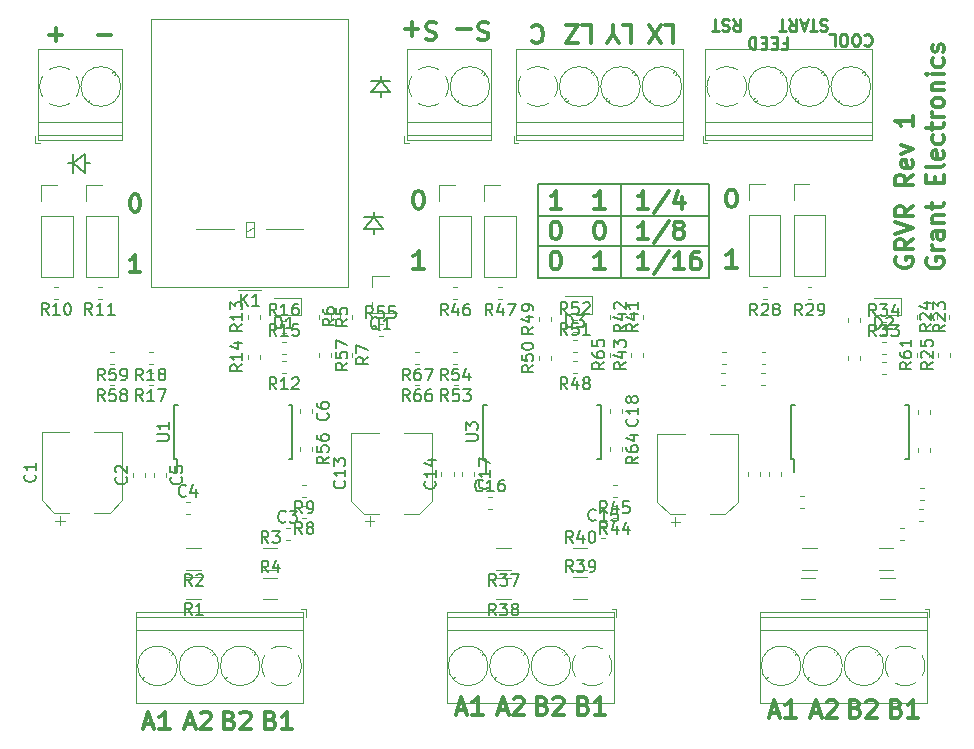
<source format=gbr>
G04 #@! TF.GenerationSoftware,KiCad,Pcbnew,(5.0.0)*
G04 #@! TF.CreationDate,2019-05-18T10:04:22+12:00*
G04 #@! TF.ProjectId,CNC Shield,434E4320536869656C642E6B69636164,rev?*
G04 #@! TF.SameCoordinates,Original*
G04 #@! TF.FileFunction,Legend,Top*
G04 #@! TF.FilePolarity,Positive*
%FSLAX46Y46*%
G04 Gerber Fmt 4.6, Leading zero omitted, Abs format (unit mm)*
G04 Created by KiCad (PCBNEW (5.0.0)) date 05/18/19 10:04:22*
%MOMM*%
%LPD*%
G01*
G04 APERTURE LIST*
%ADD10C,0.300000*%
%ADD11C,0.250000*%
%ADD12C,0.200000*%
%ADD13C,0.120000*%
%ADD14C,0.150000*%
G04 APERTURE END LIST*
D10*
X113392857Y-108642857D02*
X113607142Y-108714285D01*
X113678571Y-108785714D01*
X113750000Y-108928571D01*
X113750000Y-109142857D01*
X113678571Y-109285714D01*
X113607142Y-109357142D01*
X113464285Y-109428571D01*
X112892857Y-109428571D01*
X112892857Y-107928571D01*
X113392857Y-107928571D01*
X113535714Y-108000000D01*
X113607142Y-108071428D01*
X113678571Y-108214285D01*
X113678571Y-108357142D01*
X113607142Y-108500000D01*
X113535714Y-108571428D01*
X113392857Y-108642857D01*
X112892857Y-108642857D01*
X115178571Y-109428571D02*
X114321428Y-109428571D01*
X114750000Y-109428571D02*
X114750000Y-107928571D01*
X114607142Y-108142857D01*
X114464285Y-108285714D01*
X114321428Y-108357142D01*
X109892857Y-108642857D02*
X110107142Y-108714285D01*
X110178571Y-108785714D01*
X110250000Y-108928571D01*
X110250000Y-109142857D01*
X110178571Y-109285714D01*
X110107142Y-109357142D01*
X109964285Y-109428571D01*
X109392857Y-109428571D01*
X109392857Y-107928571D01*
X109892857Y-107928571D01*
X110035714Y-108000000D01*
X110107142Y-108071428D01*
X110178571Y-108214285D01*
X110178571Y-108357142D01*
X110107142Y-108500000D01*
X110035714Y-108571428D01*
X109892857Y-108642857D01*
X109392857Y-108642857D01*
X110821428Y-108071428D02*
X110892857Y-108000000D01*
X111035714Y-107928571D01*
X111392857Y-107928571D01*
X111535714Y-108000000D01*
X111607142Y-108071428D01*
X111678571Y-108214285D01*
X111678571Y-108357142D01*
X111607142Y-108571428D01*
X110750000Y-109428571D01*
X111678571Y-109428571D01*
X106178571Y-109000000D02*
X106892857Y-109000000D01*
X106035714Y-109428571D02*
X106535714Y-107928571D01*
X107035714Y-109428571D01*
X107464285Y-108071428D02*
X107535714Y-108000000D01*
X107678571Y-107928571D01*
X108035714Y-107928571D01*
X108178571Y-108000000D01*
X108250000Y-108071428D01*
X108321428Y-108214285D01*
X108321428Y-108357142D01*
X108250000Y-108571428D01*
X107392857Y-109428571D01*
X108321428Y-109428571D01*
X102678571Y-109000000D02*
X103392857Y-109000000D01*
X102535714Y-109428571D02*
X103035714Y-107928571D01*
X103535714Y-109428571D01*
X104821428Y-109428571D02*
X103964285Y-109428571D01*
X104392857Y-109428571D02*
X104392857Y-107928571D01*
X104250000Y-108142857D01*
X104107142Y-108285714D01*
X103964285Y-108357142D01*
X139892857Y-107392857D02*
X140107142Y-107464285D01*
X140178571Y-107535714D01*
X140250000Y-107678571D01*
X140250000Y-107892857D01*
X140178571Y-108035714D01*
X140107142Y-108107142D01*
X139964285Y-108178571D01*
X139392857Y-108178571D01*
X139392857Y-106678571D01*
X139892857Y-106678571D01*
X140035714Y-106750000D01*
X140107142Y-106821428D01*
X140178571Y-106964285D01*
X140178571Y-107107142D01*
X140107142Y-107250000D01*
X140035714Y-107321428D01*
X139892857Y-107392857D01*
X139392857Y-107392857D01*
X141678571Y-108178571D02*
X140821428Y-108178571D01*
X141250000Y-108178571D02*
X141250000Y-106678571D01*
X141107142Y-106892857D01*
X140964285Y-107035714D01*
X140821428Y-107107142D01*
X129178571Y-107750000D02*
X129892857Y-107750000D01*
X129035714Y-108178571D02*
X129535714Y-106678571D01*
X130035714Y-108178571D01*
X131321428Y-108178571D02*
X130464285Y-108178571D01*
X130892857Y-108178571D02*
X130892857Y-106678571D01*
X130750000Y-106892857D01*
X130607142Y-107035714D01*
X130464285Y-107107142D01*
X132678571Y-107750000D02*
X133392857Y-107750000D01*
X132535714Y-108178571D02*
X133035714Y-106678571D01*
X133535714Y-108178571D01*
X133964285Y-106821428D02*
X134035714Y-106750000D01*
X134178571Y-106678571D01*
X134535714Y-106678571D01*
X134678571Y-106750000D01*
X134750000Y-106821428D01*
X134821428Y-106964285D01*
X134821428Y-107107142D01*
X134750000Y-107321428D01*
X133892857Y-108178571D01*
X134821428Y-108178571D01*
X136392857Y-107392857D02*
X136607142Y-107464285D01*
X136678571Y-107535714D01*
X136750000Y-107678571D01*
X136750000Y-107892857D01*
X136678571Y-108035714D01*
X136607142Y-108107142D01*
X136464285Y-108178571D01*
X135892857Y-108178571D01*
X135892857Y-106678571D01*
X136392857Y-106678571D01*
X136535714Y-106750000D01*
X136607142Y-106821428D01*
X136678571Y-106964285D01*
X136678571Y-107107142D01*
X136607142Y-107250000D01*
X136535714Y-107321428D01*
X136392857Y-107392857D01*
X135892857Y-107392857D01*
X137321428Y-106821428D02*
X137392857Y-106750000D01*
X137535714Y-106678571D01*
X137892857Y-106678571D01*
X138035714Y-106750000D01*
X138107142Y-106821428D01*
X138178571Y-106964285D01*
X138178571Y-107107142D01*
X138107142Y-107321428D01*
X137250000Y-108178571D01*
X138178571Y-108178571D01*
X166392857Y-107642857D02*
X166607142Y-107714285D01*
X166678571Y-107785714D01*
X166750000Y-107928571D01*
X166750000Y-108142857D01*
X166678571Y-108285714D01*
X166607142Y-108357142D01*
X166464285Y-108428571D01*
X165892857Y-108428571D01*
X165892857Y-106928571D01*
X166392857Y-106928571D01*
X166535714Y-107000000D01*
X166607142Y-107071428D01*
X166678571Y-107214285D01*
X166678571Y-107357142D01*
X166607142Y-107500000D01*
X166535714Y-107571428D01*
X166392857Y-107642857D01*
X165892857Y-107642857D01*
X168178571Y-108428571D02*
X167321428Y-108428571D01*
X167750000Y-108428571D02*
X167750000Y-106928571D01*
X167607142Y-107142857D01*
X167464285Y-107285714D01*
X167321428Y-107357142D01*
X162892857Y-107642857D02*
X163107142Y-107714285D01*
X163178571Y-107785714D01*
X163250000Y-107928571D01*
X163250000Y-108142857D01*
X163178571Y-108285714D01*
X163107142Y-108357142D01*
X162964285Y-108428571D01*
X162392857Y-108428571D01*
X162392857Y-106928571D01*
X162892857Y-106928571D01*
X163035714Y-107000000D01*
X163107142Y-107071428D01*
X163178571Y-107214285D01*
X163178571Y-107357142D01*
X163107142Y-107500000D01*
X163035714Y-107571428D01*
X162892857Y-107642857D01*
X162392857Y-107642857D01*
X163821428Y-107071428D02*
X163892857Y-107000000D01*
X164035714Y-106928571D01*
X164392857Y-106928571D01*
X164535714Y-107000000D01*
X164607142Y-107071428D01*
X164678571Y-107214285D01*
X164678571Y-107357142D01*
X164607142Y-107571428D01*
X163750000Y-108428571D01*
X164678571Y-108428571D01*
X159178571Y-108000000D02*
X159892857Y-108000000D01*
X159035714Y-108428571D02*
X159535714Y-106928571D01*
X160035714Y-108428571D01*
X160464285Y-107071428D02*
X160535714Y-107000000D01*
X160678571Y-106928571D01*
X161035714Y-106928571D01*
X161178571Y-107000000D01*
X161250000Y-107071428D01*
X161321428Y-107214285D01*
X161321428Y-107357142D01*
X161250000Y-107571428D01*
X160392857Y-108428571D01*
X161321428Y-108428571D01*
X155678571Y-108000000D02*
X156392857Y-108000000D01*
X155535714Y-108428571D02*
X156035714Y-106928571D01*
X156535714Y-108428571D01*
X157821428Y-108428571D02*
X156964285Y-108428571D01*
X157392857Y-108428571D02*
X157392857Y-106928571D01*
X157250000Y-107142857D01*
X157107142Y-107285714D01*
X156964285Y-107357142D01*
D11*
X163642857Y-50642857D02*
X163690476Y-50595238D01*
X163833333Y-50547619D01*
X163928571Y-50547619D01*
X164071428Y-50595238D01*
X164166666Y-50690476D01*
X164214285Y-50785714D01*
X164261904Y-50976190D01*
X164261904Y-51119047D01*
X164214285Y-51309523D01*
X164166666Y-51404761D01*
X164071428Y-51500000D01*
X163928571Y-51547619D01*
X163833333Y-51547619D01*
X163690476Y-51500000D01*
X163642857Y-51452380D01*
X163023809Y-51547619D02*
X162833333Y-51547619D01*
X162738095Y-51500000D01*
X162642857Y-51404761D01*
X162595238Y-51214285D01*
X162595238Y-50880952D01*
X162642857Y-50690476D01*
X162738095Y-50595238D01*
X162833333Y-50547619D01*
X163023809Y-50547619D01*
X163119047Y-50595238D01*
X163214285Y-50690476D01*
X163261904Y-50880952D01*
X163261904Y-51214285D01*
X163214285Y-51404761D01*
X163119047Y-51500000D01*
X163023809Y-51547619D01*
X161976190Y-51547619D02*
X161785714Y-51547619D01*
X161690476Y-51500000D01*
X161595238Y-51404761D01*
X161547619Y-51214285D01*
X161547619Y-50880952D01*
X161595238Y-50690476D01*
X161690476Y-50595238D01*
X161785714Y-50547619D01*
X161976190Y-50547619D01*
X162071428Y-50595238D01*
X162166666Y-50690476D01*
X162214285Y-50880952D01*
X162214285Y-51214285D01*
X162166666Y-51404761D01*
X162071428Y-51500000D01*
X161976190Y-51547619D01*
X160642857Y-50547619D02*
X161119047Y-50547619D01*
X161119047Y-51547619D01*
X160476190Y-49345238D02*
X160333333Y-49297619D01*
X160095238Y-49297619D01*
X160000000Y-49345238D01*
X159952380Y-49392857D01*
X159904761Y-49488095D01*
X159904761Y-49583333D01*
X159952380Y-49678571D01*
X160000000Y-49726190D01*
X160095238Y-49773809D01*
X160285714Y-49821428D01*
X160380952Y-49869047D01*
X160428571Y-49916666D01*
X160476190Y-50011904D01*
X160476190Y-50107142D01*
X160428571Y-50202380D01*
X160380952Y-50250000D01*
X160285714Y-50297619D01*
X160047619Y-50297619D01*
X159904761Y-50250000D01*
X159619047Y-50297619D02*
X159047619Y-50297619D01*
X159333333Y-49297619D02*
X159333333Y-50297619D01*
X158761904Y-49583333D02*
X158285714Y-49583333D01*
X158857142Y-49297619D02*
X158523809Y-50297619D01*
X158190476Y-49297619D01*
X157285714Y-49297619D02*
X157619047Y-49773809D01*
X157857142Y-49297619D02*
X157857142Y-50297619D01*
X157476190Y-50297619D01*
X157380952Y-50250000D01*
X157333333Y-50202380D01*
X157285714Y-50107142D01*
X157285714Y-49964285D01*
X157333333Y-49869047D01*
X157380952Y-49821428D01*
X157476190Y-49773809D01*
X157857142Y-49773809D01*
X157000000Y-50297619D02*
X156428571Y-50297619D01*
X156714285Y-49297619D02*
X156714285Y-50297619D01*
X156761904Y-51321428D02*
X157095238Y-51321428D01*
X157095238Y-50797619D02*
X157095238Y-51797619D01*
X156619047Y-51797619D01*
X156238095Y-51321428D02*
X155904761Y-51321428D01*
X155761904Y-50797619D02*
X156238095Y-50797619D01*
X156238095Y-51797619D01*
X155761904Y-51797619D01*
X155333333Y-51321428D02*
X155000000Y-51321428D01*
X154857142Y-50797619D02*
X155333333Y-50797619D01*
X155333333Y-51797619D01*
X154857142Y-51797619D01*
X154428571Y-50797619D02*
X154428571Y-51797619D01*
X154190476Y-51797619D01*
X154047619Y-51750000D01*
X153952380Y-51654761D01*
X153904761Y-51559523D01*
X153857142Y-51369047D01*
X153857142Y-51226190D01*
X153904761Y-51035714D01*
X153952380Y-50940476D01*
X154047619Y-50845238D01*
X154190476Y-50797619D01*
X154428571Y-50797619D01*
X152547619Y-49297619D02*
X152880952Y-49773809D01*
X153119047Y-49297619D02*
X153119047Y-50297619D01*
X152738095Y-50297619D01*
X152642857Y-50250000D01*
X152595238Y-50202380D01*
X152547619Y-50107142D01*
X152547619Y-49964285D01*
X152595238Y-49869047D01*
X152642857Y-49821428D01*
X152738095Y-49773809D01*
X153119047Y-49773809D01*
X152166666Y-49345238D02*
X152023809Y-49297619D01*
X151785714Y-49297619D01*
X151690476Y-49345238D01*
X151642857Y-49392857D01*
X151595238Y-49488095D01*
X151595238Y-49583333D01*
X151642857Y-49678571D01*
X151690476Y-49726190D01*
X151785714Y-49773809D01*
X151976190Y-49821428D01*
X152071428Y-49869047D01*
X152119047Y-49916666D01*
X152166666Y-50011904D01*
X152166666Y-50107142D01*
X152119047Y-50202380D01*
X152071428Y-50250000D01*
X151976190Y-50297619D01*
X151738095Y-50297619D01*
X151595238Y-50250000D01*
X151309523Y-50297619D02*
X150738095Y-50297619D01*
X151023809Y-49297619D02*
X151023809Y-50297619D01*
D10*
X135535714Y-49964285D02*
X135607142Y-49892857D01*
X135821428Y-49821428D01*
X135964285Y-49821428D01*
X136178571Y-49892857D01*
X136321428Y-50035714D01*
X136392857Y-50178571D01*
X136464285Y-50464285D01*
X136464285Y-50678571D01*
X136392857Y-50964285D01*
X136321428Y-51107142D01*
X136178571Y-51250000D01*
X135964285Y-51321428D01*
X135821428Y-51321428D01*
X135607142Y-51250000D01*
X135535714Y-51178571D01*
X139750000Y-49821428D02*
X140464285Y-49821428D01*
X140464285Y-51321428D01*
X139392857Y-51321428D02*
X138392857Y-51321428D01*
X139392857Y-49821428D01*
X138392857Y-49821428D01*
X143178571Y-49821428D02*
X143892857Y-49821428D01*
X143892857Y-51321428D01*
X142392857Y-50535714D02*
X142392857Y-49821428D01*
X142892857Y-51321428D02*
X142392857Y-50535714D01*
X141892857Y-51321428D01*
X146750000Y-49821428D02*
X147464285Y-49821428D01*
X147464285Y-51321428D01*
X146392857Y-51321428D02*
X145392857Y-49821428D01*
X145392857Y-51321428D02*
X146392857Y-49821428D01*
X94607142Y-50607142D02*
X95750000Y-50607142D01*
X95178571Y-51178571D02*
X95178571Y-50035714D01*
X98750000Y-50607142D02*
X99892857Y-50607142D01*
X131821428Y-49642857D02*
X131607142Y-49571428D01*
X131250000Y-49571428D01*
X131107142Y-49642857D01*
X131035714Y-49714285D01*
X130964285Y-49857142D01*
X130964285Y-50000000D01*
X131035714Y-50142857D01*
X131107142Y-50214285D01*
X131250000Y-50285714D01*
X131535714Y-50357142D01*
X131678571Y-50428571D01*
X131750000Y-50500000D01*
X131821428Y-50642857D01*
X131821428Y-50785714D01*
X131750000Y-50928571D01*
X131678571Y-51000000D01*
X131535714Y-51071428D01*
X131178571Y-51071428D01*
X130964285Y-51000000D01*
X130321428Y-50142857D02*
X129178571Y-50142857D01*
X127392857Y-49642857D02*
X127178571Y-49571428D01*
X126821428Y-49571428D01*
X126678571Y-49642857D01*
X126607142Y-49714285D01*
X126535714Y-49857142D01*
X126535714Y-50000000D01*
X126607142Y-50142857D01*
X126678571Y-50214285D01*
X126821428Y-50285714D01*
X127107142Y-50357142D01*
X127250000Y-50428571D01*
X127321428Y-50500000D01*
X127392857Y-50642857D01*
X127392857Y-50785714D01*
X127321428Y-50928571D01*
X127250000Y-51000000D01*
X127107142Y-51071428D01*
X126750000Y-51071428D01*
X126535714Y-51000000D01*
X125892857Y-50142857D02*
X124750000Y-50142857D01*
X125321428Y-49571428D02*
X125321428Y-50714285D01*
D12*
X150500000Y-68500000D02*
X136000000Y-68500000D01*
X136000000Y-66000000D02*
X150500000Y-66000000D01*
D10*
X137937857Y-65378571D02*
X137080714Y-65378571D01*
X137509285Y-65378571D02*
X137509285Y-63878571D01*
X137366428Y-64092857D01*
X137223571Y-64235714D01*
X137080714Y-64307142D01*
X141652142Y-65378571D02*
X140795000Y-65378571D01*
X141223571Y-65378571D02*
X141223571Y-63878571D01*
X141080714Y-64092857D01*
X140937857Y-64235714D01*
X140795000Y-64307142D01*
X145366428Y-65378571D02*
X144509285Y-65378571D01*
X144937857Y-65378571D02*
X144937857Y-63878571D01*
X144795000Y-64092857D01*
X144652142Y-64235714D01*
X144509285Y-64307142D01*
X147080714Y-63807142D02*
X145795000Y-65735714D01*
X148223571Y-64378571D02*
X148223571Y-65378571D01*
X147866428Y-63807142D02*
X147509285Y-64878571D01*
X148437857Y-64878571D01*
X137437857Y-66428571D02*
X137580714Y-66428571D01*
X137723571Y-66500000D01*
X137795000Y-66571428D01*
X137866428Y-66714285D01*
X137937857Y-67000000D01*
X137937857Y-67357142D01*
X137866428Y-67642857D01*
X137795000Y-67785714D01*
X137723571Y-67857142D01*
X137580714Y-67928571D01*
X137437857Y-67928571D01*
X137295000Y-67857142D01*
X137223571Y-67785714D01*
X137152142Y-67642857D01*
X137080714Y-67357142D01*
X137080714Y-67000000D01*
X137152142Y-66714285D01*
X137223571Y-66571428D01*
X137295000Y-66500000D01*
X137437857Y-66428571D01*
X141152142Y-66428571D02*
X141295000Y-66428571D01*
X141437857Y-66500000D01*
X141509285Y-66571428D01*
X141580714Y-66714285D01*
X141652142Y-67000000D01*
X141652142Y-67357142D01*
X141580714Y-67642857D01*
X141509285Y-67785714D01*
X141437857Y-67857142D01*
X141295000Y-67928571D01*
X141152142Y-67928571D01*
X141009285Y-67857142D01*
X140937857Y-67785714D01*
X140866428Y-67642857D01*
X140795000Y-67357142D01*
X140795000Y-67000000D01*
X140866428Y-66714285D01*
X140937857Y-66571428D01*
X141009285Y-66500000D01*
X141152142Y-66428571D01*
X145366428Y-67928571D02*
X144509285Y-67928571D01*
X144937857Y-67928571D02*
X144937857Y-66428571D01*
X144795000Y-66642857D01*
X144652142Y-66785714D01*
X144509285Y-66857142D01*
X147080714Y-66357142D02*
X145795000Y-68285714D01*
X147795000Y-67071428D02*
X147652142Y-67000000D01*
X147580714Y-66928571D01*
X147509285Y-66785714D01*
X147509285Y-66714285D01*
X147580714Y-66571428D01*
X147652142Y-66500000D01*
X147795000Y-66428571D01*
X148080714Y-66428571D01*
X148223571Y-66500000D01*
X148295000Y-66571428D01*
X148366428Y-66714285D01*
X148366428Y-66785714D01*
X148295000Y-66928571D01*
X148223571Y-67000000D01*
X148080714Y-67071428D01*
X147795000Y-67071428D01*
X147652142Y-67142857D01*
X147580714Y-67214285D01*
X147509285Y-67357142D01*
X147509285Y-67642857D01*
X147580714Y-67785714D01*
X147652142Y-67857142D01*
X147795000Y-67928571D01*
X148080714Y-67928571D01*
X148223571Y-67857142D01*
X148295000Y-67785714D01*
X148366428Y-67642857D01*
X148366428Y-67357142D01*
X148295000Y-67214285D01*
X148223571Y-67142857D01*
X148080714Y-67071428D01*
X137437857Y-68978571D02*
X137580714Y-68978571D01*
X137723571Y-69050000D01*
X137795000Y-69121428D01*
X137866428Y-69264285D01*
X137937857Y-69550000D01*
X137937857Y-69907142D01*
X137866428Y-70192857D01*
X137795000Y-70335714D01*
X137723571Y-70407142D01*
X137580714Y-70478571D01*
X137437857Y-70478571D01*
X137295000Y-70407142D01*
X137223571Y-70335714D01*
X137152142Y-70192857D01*
X137080714Y-69907142D01*
X137080714Y-69550000D01*
X137152142Y-69264285D01*
X137223571Y-69121428D01*
X137295000Y-69050000D01*
X137437857Y-68978571D01*
X141652142Y-70478571D02*
X140795000Y-70478571D01*
X141223571Y-70478571D02*
X141223571Y-68978571D01*
X141080714Y-69192857D01*
X140937857Y-69335714D01*
X140795000Y-69407142D01*
X145366428Y-70478571D02*
X144509285Y-70478571D01*
X144937857Y-70478571D02*
X144937857Y-68978571D01*
X144795000Y-69192857D01*
X144652142Y-69335714D01*
X144509285Y-69407142D01*
X147080714Y-68907142D02*
X145795000Y-70835714D01*
X148366428Y-70478571D02*
X147509285Y-70478571D01*
X147937857Y-70478571D02*
X147937857Y-68978571D01*
X147795000Y-69192857D01*
X147652142Y-69335714D01*
X147509285Y-69407142D01*
X149652142Y-68978571D02*
X149366428Y-68978571D01*
X149223571Y-69050000D01*
X149152142Y-69121428D01*
X149009285Y-69335714D01*
X148937857Y-69621428D01*
X148937857Y-70192857D01*
X149009285Y-70335714D01*
X149080714Y-70407142D01*
X149223571Y-70478571D01*
X149509285Y-70478571D01*
X149652142Y-70407142D01*
X149723571Y-70335714D01*
X149795000Y-70192857D01*
X149795000Y-69835714D01*
X149723571Y-69692857D01*
X149652142Y-69621428D01*
X149509285Y-69550000D01*
X149223571Y-69550000D01*
X149080714Y-69621428D01*
X149009285Y-69692857D01*
X148937857Y-69835714D01*
D12*
X143000000Y-71250000D02*
X143000000Y-63250000D01*
X139500000Y-71250000D02*
X143000000Y-71250000D01*
X136000000Y-71250000D02*
X136000000Y-63250000D01*
X150500000Y-71250000D02*
X136000000Y-71250000D01*
X150500000Y-63250000D02*
X150500000Y-71250000D01*
X136000000Y-63250000D02*
X150500000Y-63250000D01*
D10*
X101828571Y-64128571D02*
X101971428Y-64128571D01*
X102114285Y-64200000D01*
X102185714Y-64271428D01*
X102257142Y-64414285D01*
X102328571Y-64700000D01*
X102328571Y-65057142D01*
X102257142Y-65342857D01*
X102185714Y-65485714D01*
X102114285Y-65557142D01*
X101971428Y-65628571D01*
X101828571Y-65628571D01*
X101685714Y-65557142D01*
X101614285Y-65485714D01*
X101542857Y-65342857D01*
X101471428Y-65057142D01*
X101471428Y-64700000D01*
X101542857Y-64414285D01*
X101614285Y-64271428D01*
X101685714Y-64200000D01*
X101828571Y-64128571D01*
X102328571Y-70728571D02*
X101471428Y-70728571D01*
X101900000Y-70728571D02*
X101900000Y-69228571D01*
X101757142Y-69442857D01*
X101614285Y-69585714D01*
X101471428Y-69657142D01*
X152328571Y-63728571D02*
X152471428Y-63728571D01*
X152614285Y-63800000D01*
X152685714Y-63871428D01*
X152757142Y-64014285D01*
X152828571Y-64300000D01*
X152828571Y-64657142D01*
X152757142Y-64942857D01*
X152685714Y-65085714D01*
X152614285Y-65157142D01*
X152471428Y-65228571D01*
X152328571Y-65228571D01*
X152185714Y-65157142D01*
X152114285Y-65085714D01*
X152042857Y-64942857D01*
X151971428Y-64657142D01*
X151971428Y-64300000D01*
X152042857Y-64014285D01*
X152114285Y-63871428D01*
X152185714Y-63800000D01*
X152328571Y-63728571D01*
X152828571Y-70328571D02*
X151971428Y-70328571D01*
X152400000Y-70328571D02*
X152400000Y-68828571D01*
X152257142Y-69042857D01*
X152114285Y-69185714D01*
X151971428Y-69257142D01*
X125828571Y-63828571D02*
X125971428Y-63828571D01*
X126114285Y-63900000D01*
X126185714Y-63971428D01*
X126257142Y-64114285D01*
X126328571Y-64400000D01*
X126328571Y-64757142D01*
X126257142Y-65042857D01*
X126185714Y-65185714D01*
X126114285Y-65257142D01*
X125971428Y-65328571D01*
X125828571Y-65328571D01*
X125685714Y-65257142D01*
X125614285Y-65185714D01*
X125542857Y-65042857D01*
X125471428Y-64757142D01*
X125471428Y-64400000D01*
X125542857Y-64114285D01*
X125614285Y-63971428D01*
X125685714Y-63900000D01*
X125828571Y-63828571D01*
X126328571Y-70428571D02*
X125471428Y-70428571D01*
X125900000Y-70428571D02*
X125900000Y-68928571D01*
X125757142Y-69142857D01*
X125614285Y-69285714D01*
X125471428Y-69357142D01*
X166350000Y-69471428D02*
X166278571Y-69614285D01*
X166278571Y-69828571D01*
X166350000Y-70042857D01*
X166492857Y-70185714D01*
X166635714Y-70257142D01*
X166921428Y-70328571D01*
X167135714Y-70328571D01*
X167421428Y-70257142D01*
X167564285Y-70185714D01*
X167707142Y-70042857D01*
X167778571Y-69828571D01*
X167778571Y-69685714D01*
X167707142Y-69471428D01*
X167635714Y-69400000D01*
X167135714Y-69400000D01*
X167135714Y-69685714D01*
X167778571Y-67900000D02*
X167064285Y-68400000D01*
X167778571Y-68757142D02*
X166278571Y-68757142D01*
X166278571Y-68185714D01*
X166350000Y-68042857D01*
X166421428Y-67971428D01*
X166564285Y-67900000D01*
X166778571Y-67900000D01*
X166921428Y-67971428D01*
X166992857Y-68042857D01*
X167064285Y-68185714D01*
X167064285Y-68757142D01*
X166278571Y-67471428D02*
X167778571Y-66971428D01*
X166278571Y-66471428D01*
X167778571Y-65114285D02*
X167064285Y-65614285D01*
X167778571Y-65971428D02*
X166278571Y-65971428D01*
X166278571Y-65400000D01*
X166350000Y-65257142D01*
X166421428Y-65185714D01*
X166564285Y-65114285D01*
X166778571Y-65114285D01*
X166921428Y-65185714D01*
X166992857Y-65257142D01*
X167064285Y-65400000D01*
X167064285Y-65971428D01*
X167778571Y-62471428D02*
X167064285Y-62971428D01*
X167778571Y-63328571D02*
X166278571Y-63328571D01*
X166278571Y-62757142D01*
X166350000Y-62614285D01*
X166421428Y-62542857D01*
X166564285Y-62471428D01*
X166778571Y-62471428D01*
X166921428Y-62542857D01*
X166992857Y-62614285D01*
X167064285Y-62757142D01*
X167064285Y-63328571D01*
X167707142Y-61257142D02*
X167778571Y-61400000D01*
X167778571Y-61685714D01*
X167707142Y-61828571D01*
X167564285Y-61900000D01*
X166992857Y-61900000D01*
X166850000Y-61828571D01*
X166778571Y-61685714D01*
X166778571Y-61400000D01*
X166850000Y-61257142D01*
X166992857Y-61185714D01*
X167135714Y-61185714D01*
X167278571Y-61900000D01*
X166778571Y-60685714D02*
X167778571Y-60328571D01*
X166778571Y-59971428D01*
X167778571Y-57471428D02*
X167778571Y-58328571D01*
X167778571Y-57900000D02*
X166278571Y-57900000D01*
X166492857Y-58042857D01*
X166635714Y-58185714D01*
X166707142Y-58328571D01*
X168950000Y-69542857D02*
X168878571Y-69685714D01*
X168878571Y-69900000D01*
X168950000Y-70114285D01*
X169092857Y-70257142D01*
X169235714Y-70328571D01*
X169521428Y-70400000D01*
X169735714Y-70400000D01*
X170021428Y-70328571D01*
X170164285Y-70257142D01*
X170307142Y-70114285D01*
X170378571Y-69900000D01*
X170378571Y-69757142D01*
X170307142Y-69542857D01*
X170235714Y-69471428D01*
X169735714Y-69471428D01*
X169735714Y-69757142D01*
X170378571Y-68828571D02*
X169378571Y-68828571D01*
X169664285Y-68828571D02*
X169521428Y-68757142D01*
X169450000Y-68685714D01*
X169378571Y-68542857D01*
X169378571Y-68400000D01*
X170378571Y-67257142D02*
X169592857Y-67257142D01*
X169450000Y-67328571D01*
X169378571Y-67471428D01*
X169378571Y-67757142D01*
X169450000Y-67900000D01*
X170307142Y-67257142D02*
X170378571Y-67400000D01*
X170378571Y-67757142D01*
X170307142Y-67900000D01*
X170164285Y-67971428D01*
X170021428Y-67971428D01*
X169878571Y-67900000D01*
X169807142Y-67757142D01*
X169807142Y-67400000D01*
X169735714Y-67257142D01*
X169378571Y-66542857D02*
X170378571Y-66542857D01*
X169521428Y-66542857D02*
X169450000Y-66471428D01*
X169378571Y-66328571D01*
X169378571Y-66114285D01*
X169450000Y-65971428D01*
X169592857Y-65900000D01*
X170378571Y-65900000D01*
X169378571Y-65400000D02*
X169378571Y-64828571D01*
X168878571Y-65185714D02*
X170164285Y-65185714D01*
X170307142Y-65114285D01*
X170378571Y-64971428D01*
X170378571Y-64828571D01*
X169592857Y-63185714D02*
X169592857Y-62685714D01*
X170378571Y-62471428D02*
X170378571Y-63185714D01*
X168878571Y-63185714D01*
X168878571Y-62471428D01*
X170378571Y-61614285D02*
X170307142Y-61757142D01*
X170164285Y-61828571D01*
X168878571Y-61828571D01*
X170307142Y-60471428D02*
X170378571Y-60614285D01*
X170378571Y-60900000D01*
X170307142Y-61042857D01*
X170164285Y-61114285D01*
X169592857Y-61114285D01*
X169450000Y-61042857D01*
X169378571Y-60900000D01*
X169378571Y-60614285D01*
X169450000Y-60471428D01*
X169592857Y-60400000D01*
X169735714Y-60400000D01*
X169878571Y-61114285D01*
X170307142Y-59114285D02*
X170378571Y-59257142D01*
X170378571Y-59542857D01*
X170307142Y-59685714D01*
X170235714Y-59757142D01*
X170092857Y-59828571D01*
X169664285Y-59828571D01*
X169521428Y-59757142D01*
X169450000Y-59685714D01*
X169378571Y-59542857D01*
X169378571Y-59257142D01*
X169450000Y-59114285D01*
X169378571Y-58685714D02*
X169378571Y-58114285D01*
X168878571Y-58471428D02*
X170164285Y-58471428D01*
X170307142Y-58400000D01*
X170378571Y-58257142D01*
X170378571Y-58114285D01*
X170378571Y-57614285D02*
X169378571Y-57614285D01*
X169664285Y-57614285D02*
X169521428Y-57542857D01*
X169450000Y-57471428D01*
X169378571Y-57328571D01*
X169378571Y-57185714D01*
X170378571Y-56471428D02*
X170307142Y-56614285D01*
X170235714Y-56685714D01*
X170092857Y-56757142D01*
X169664285Y-56757142D01*
X169521428Y-56685714D01*
X169450000Y-56614285D01*
X169378571Y-56471428D01*
X169378571Y-56257142D01*
X169450000Y-56114285D01*
X169521428Y-56042857D01*
X169664285Y-55971428D01*
X170092857Y-55971428D01*
X170235714Y-56042857D01*
X170307142Y-56114285D01*
X170378571Y-56257142D01*
X170378571Y-56471428D01*
X169378571Y-55328571D02*
X170378571Y-55328571D01*
X169521428Y-55328571D02*
X169450000Y-55257142D01*
X169378571Y-55114285D01*
X169378571Y-54900000D01*
X169450000Y-54757142D01*
X169592857Y-54685714D01*
X170378571Y-54685714D01*
X170378571Y-53971428D02*
X169378571Y-53971428D01*
X168878571Y-53971428D02*
X168950000Y-54042857D01*
X169021428Y-53971428D01*
X168950000Y-53900000D01*
X168878571Y-53971428D01*
X169021428Y-53971428D01*
X170307142Y-52614285D02*
X170378571Y-52757142D01*
X170378571Y-53042857D01*
X170307142Y-53185714D01*
X170235714Y-53257142D01*
X170092857Y-53328571D01*
X169664285Y-53328571D01*
X169521428Y-53257142D01*
X169450000Y-53185714D01*
X169378571Y-53042857D01*
X169378571Y-52757142D01*
X169450000Y-52614285D01*
X170307142Y-52042857D02*
X170378571Y-51900000D01*
X170378571Y-51614285D01*
X170307142Y-51471428D01*
X170164285Y-51400000D01*
X170092857Y-51400000D01*
X169950000Y-51471428D01*
X169878571Y-51614285D01*
X169878571Y-51828571D01*
X169807142Y-51971428D01*
X169664285Y-52042857D01*
X169592857Y-52042857D01*
X169450000Y-51971428D01*
X169378571Y-51828571D01*
X169378571Y-51614285D01*
X169450000Y-51471428D01*
D13*
G04 #@! TO.C,R5*
X118510000Y-74337221D02*
X118510000Y-74662779D01*
X117490000Y-74337221D02*
X117490000Y-74662779D01*
G04 #@! TO.C,C1*
X95158750Y-91743750D02*
X95946250Y-91743750D01*
X95552500Y-92137500D02*
X95552500Y-91350000D01*
X99745563Y-91110000D02*
X100810000Y-90045563D01*
X95054437Y-91110000D02*
X93990000Y-90045563D01*
X95054437Y-91110000D02*
X96340000Y-91110000D01*
X99745563Y-91110000D02*
X98460000Y-91110000D01*
X100810000Y-90045563D02*
X100810000Y-84290000D01*
X93990000Y-90045563D02*
X93990000Y-84290000D01*
X93990000Y-84290000D02*
X96340000Y-84290000D01*
X100810000Y-84290000D02*
X98460000Y-84290000D01*
G04 #@! TO.C,C2*
X101690000Y-88050279D02*
X101690000Y-87724721D01*
X102710000Y-88050279D02*
X102710000Y-87724721D01*
G04 #@! TO.C,C3*
X114649721Y-93410000D02*
X114975279Y-93410000D01*
X114649721Y-92390000D02*
X114975279Y-92390000D01*
G04 #@! TO.C,C4*
X106199721Y-90190000D02*
X106525279Y-90190000D01*
X106199721Y-91210000D02*
X106525279Y-91210000D01*
G04 #@! TO.C,C5*
X103490000Y-87737221D02*
X103490000Y-88062779D01*
X104510000Y-87737221D02*
X104510000Y-88062779D01*
G04 #@! TO.C,C6*
X116910000Y-82324721D02*
X116910000Y-82650279D01*
X115890000Y-82324721D02*
X115890000Y-82650279D01*
G04 #@! TO.C,C7*
X152910000Y-84390000D02*
X150560000Y-84390000D01*
X146090000Y-84390000D02*
X148440000Y-84390000D01*
X146090000Y-90145563D02*
X146090000Y-84390000D01*
X152910000Y-90145563D02*
X152910000Y-84390000D01*
X151845563Y-91210000D02*
X150560000Y-91210000D01*
X147154437Y-91210000D02*
X148440000Y-91210000D01*
X147154437Y-91210000D02*
X146090000Y-90145563D01*
X151845563Y-91210000D02*
X152910000Y-90145563D01*
X147652500Y-92237500D02*
X147652500Y-91450000D01*
X147258750Y-91843750D02*
X148046250Y-91843750D01*
G04 #@! TO.C,C8*
X153790000Y-87962779D02*
X153790000Y-87637221D01*
X154810000Y-87962779D02*
X154810000Y-87637221D01*
G04 #@! TO.C,C9*
X166649721Y-92340000D02*
X166975279Y-92340000D01*
X166649721Y-93360000D02*
X166975279Y-93360000D01*
G04 #@! TO.C,C10*
X158237221Y-90710000D02*
X158562779Y-90710000D01*
X158237221Y-89690000D02*
X158562779Y-89690000D01*
G04 #@! TO.C,C11*
X156585000Y-87637221D02*
X156585000Y-87962779D01*
X155565000Y-87637221D02*
X155565000Y-87962779D01*
G04 #@! TO.C,C12*
X168190000Y-82424721D02*
X168190000Y-82750279D01*
X169210000Y-82424721D02*
X169210000Y-82750279D01*
G04 #@! TO.C,C13*
X127010000Y-84340000D02*
X124660000Y-84340000D01*
X120190000Y-84340000D02*
X122540000Y-84340000D01*
X120190000Y-90095563D02*
X120190000Y-84340000D01*
X127010000Y-90095563D02*
X127010000Y-84340000D01*
X125945563Y-91160000D02*
X124660000Y-91160000D01*
X121254437Y-91160000D02*
X122540000Y-91160000D01*
X121254437Y-91160000D02*
X120190000Y-90095563D01*
X125945563Y-91160000D02*
X127010000Y-90095563D01*
X121752500Y-92187500D02*
X121752500Y-91400000D01*
X121358750Y-91793750D02*
X122146250Y-91793750D01*
G04 #@! TO.C,C14*
X127840000Y-87950279D02*
X127840000Y-87624721D01*
X128860000Y-87950279D02*
X128860000Y-87624721D01*
G04 #@! TO.C,C15*
X141374721Y-93260000D02*
X141700279Y-93260000D01*
X141374721Y-92240000D02*
X141700279Y-92240000D01*
G04 #@! TO.C,C16*
X131799721Y-90760000D02*
X132125279Y-90760000D01*
X131799721Y-89740000D02*
X132125279Y-89740000D01*
G04 #@! TO.C,C17*
X129590000Y-87624721D02*
X129590000Y-87950279D01*
X130610000Y-87624721D02*
X130610000Y-87950279D01*
G04 #@! TO.C,C18*
X143110000Y-82324721D02*
X143110000Y-82650279D01*
X142090000Y-82324721D02*
X142090000Y-82650279D01*
G04 #@! TO.C,D1*
X115977500Y-72865000D02*
X113692500Y-72865000D01*
X115977500Y-74335000D02*
X115977500Y-72865000D01*
X113692500Y-74335000D02*
X115977500Y-74335000D01*
G04 #@! TO.C,D2*
X164467500Y-74385000D02*
X166752500Y-74385000D01*
X166752500Y-74385000D02*
X166752500Y-72915000D01*
X166752500Y-72915000D02*
X164467500Y-72915000D01*
G04 #@! TO.C,D3*
X138317500Y-74235000D02*
X140602500Y-74235000D01*
X140602500Y-74235000D02*
X140602500Y-72765000D01*
X140602500Y-72765000D02*
X138317500Y-72765000D01*
D14*
G04 #@! TO.C,D4*
X122100000Y-66050000D02*
X122900000Y-67050000D01*
X122900000Y-67050000D02*
X121300000Y-67050000D01*
X121300000Y-67050000D02*
X122100000Y-66050000D01*
X122100000Y-66050000D02*
X121300000Y-66050000D01*
X121300000Y-66050000D02*
X122900000Y-66050000D01*
X122100000Y-66050000D02*
X122100000Y-65650000D01*
X122100000Y-67050000D02*
X122100000Y-67450000D01*
G04 #@! TO.C,D5*
X122700000Y-55500000D02*
X122700000Y-55900000D01*
X122700000Y-54500000D02*
X122700000Y-54100000D01*
X121900000Y-54500000D02*
X123500000Y-54500000D01*
X122700000Y-54500000D02*
X121900000Y-54500000D01*
X121900000Y-55500000D02*
X122700000Y-54500000D01*
X123500000Y-55500000D02*
X121900000Y-55500000D01*
X122700000Y-54500000D02*
X123500000Y-55500000D01*
G04 #@! TO.C,D6*
X96650000Y-61500000D02*
X97650000Y-60700000D01*
X97650000Y-60700000D02*
X97650000Y-62300000D01*
X97650000Y-62300000D02*
X96650000Y-61500000D01*
X96650000Y-61500000D02*
X96650000Y-62300000D01*
X96650000Y-62300000D02*
X96650000Y-60700000D01*
X96650000Y-61500000D02*
X96250000Y-61500000D01*
X97650000Y-61500000D02*
X98050000Y-61500000D01*
D13*
G04 #@! TO.C,J2*
X113409736Y-102625279D02*
G75*
G02X114300000Y-102370000I890264J-1424721D01*
G01*
X112874495Y-104940193D02*
G75*
G02X112875000Y-103159000I1425505J890193D01*
G01*
X115189894Y-105475358D02*
G75*
G02X113434000Y-105490000I-889894J1425358D01*
G01*
X115725358Y-103160106D02*
G75*
G02X115740000Y-104916000I-1425358J-889894D01*
G01*
X114271326Y-102369901D02*
G75*
G02X115166000Y-102610000I28674J-1680099D01*
G01*
X112480000Y-104050000D02*
G75*
G03X112480000Y-104050000I-1680000J0D01*
G01*
X108980000Y-104050000D02*
G75*
G03X108980000Y-104050000I-1680000J0D01*
G01*
X105480000Y-104050000D02*
G75*
G03X105480000Y-104050000I-1680000J0D01*
G01*
X116110000Y-99950000D02*
X101990000Y-99950000D01*
X116110000Y-101050000D02*
X101990000Y-101050000D01*
X116110000Y-107210000D02*
X101990000Y-107210000D01*
X116110000Y-99490000D02*
X101990000Y-99490000D01*
X116110000Y-107210000D02*
X116110000Y-99490000D01*
X101990000Y-107210000D02*
X101990000Y-99490000D01*
X109525000Y-105119000D02*
X109654000Y-104991000D01*
X111775000Y-102869000D02*
X111869000Y-102776000D01*
X109730000Y-105325000D02*
X109824000Y-105231000D01*
X111945000Y-103109000D02*
X112074000Y-102981000D01*
X106025000Y-105119000D02*
X106154000Y-104991000D01*
X108275000Y-102869000D02*
X108369000Y-102776000D01*
X106230000Y-105325000D02*
X106324000Y-105231000D01*
X108445000Y-103109000D02*
X108574000Y-102981000D01*
X102525000Y-105119000D02*
X102654000Y-104991000D01*
X104775000Y-102869000D02*
X104869000Y-102776000D01*
X102730000Y-105325000D02*
X102824000Y-105231000D01*
X104945000Y-103109000D02*
X105074000Y-102981000D01*
X116350000Y-99890000D02*
X116350000Y-99250000D01*
X116350000Y-99250000D02*
X115950000Y-99250000D01*
G04 #@! TO.C,eJ7*
X93970000Y-71110000D02*
X96630000Y-71110000D01*
X93970000Y-65970000D02*
X93970000Y-71110000D01*
X96630000Y-65970000D02*
X96630000Y-71110000D01*
X93970000Y-65970000D02*
X96630000Y-65970000D01*
X93970000Y-64700000D02*
X93970000Y-63370000D01*
X93970000Y-63370000D02*
X95300000Y-63370000D01*
G04 #@! TO.C,J8*
X97770000Y-71110000D02*
X100430000Y-71110000D01*
X97770000Y-65970000D02*
X97770000Y-71110000D01*
X100430000Y-65970000D02*
X100430000Y-71110000D01*
X97770000Y-65970000D02*
X100430000Y-65970000D01*
X97770000Y-64700000D02*
X97770000Y-63370000D01*
X97770000Y-63370000D02*
X99100000Y-63370000D01*
G04 #@! TO.C,J16*
X169150000Y-99250000D02*
X168750000Y-99250000D01*
X169150000Y-99890000D02*
X169150000Y-99250000D01*
X157745000Y-103109000D02*
X157874000Y-102981000D01*
X155530000Y-105325000D02*
X155624000Y-105231000D01*
X157575000Y-102869000D02*
X157669000Y-102776000D01*
X155325000Y-105119000D02*
X155454000Y-104991000D01*
X161245000Y-103109000D02*
X161374000Y-102981000D01*
X159030000Y-105325000D02*
X159124000Y-105231000D01*
X161075000Y-102869000D02*
X161169000Y-102776000D01*
X158825000Y-105119000D02*
X158954000Y-104991000D01*
X164745000Y-103109000D02*
X164874000Y-102981000D01*
X162530000Y-105325000D02*
X162624000Y-105231000D01*
X164575000Y-102869000D02*
X164669000Y-102776000D01*
X162325000Y-105119000D02*
X162454000Y-104991000D01*
X154790000Y-107210000D02*
X154790000Y-99490000D01*
X168910000Y-107210000D02*
X168910000Y-99490000D01*
X168910000Y-99490000D02*
X154790000Y-99490000D01*
X168910000Y-107210000D02*
X154790000Y-107210000D01*
X168910000Y-101050000D02*
X154790000Y-101050000D01*
X168910000Y-99950000D02*
X154790000Y-99950000D01*
X158280000Y-104050000D02*
G75*
G03X158280000Y-104050000I-1680000J0D01*
G01*
X161780000Y-104050000D02*
G75*
G03X161780000Y-104050000I-1680000J0D01*
G01*
X165280000Y-104050000D02*
G75*
G03X165280000Y-104050000I-1680000J0D01*
G01*
X167071326Y-102369901D02*
G75*
G02X167966000Y-102610000I28674J-1680099D01*
G01*
X168525358Y-103160106D02*
G75*
G02X168540000Y-104916000I-1425358J-889894D01*
G01*
X167989894Y-105475358D02*
G75*
G02X166234000Y-105490000I-889894J1425358D01*
G01*
X165674495Y-104940193D02*
G75*
G02X165675000Y-103159000I1425505J890193D01*
G01*
X166209736Y-102625279D02*
G75*
G02X167100000Y-102370000I890264J-1424721D01*
G01*
G04 #@! TO.C,J21*
X153870000Y-63270000D02*
X155200000Y-63270000D01*
X153870000Y-64600000D02*
X153870000Y-63270000D01*
X153870000Y-65870000D02*
X156530000Y-65870000D01*
X156530000Y-65870000D02*
X156530000Y-71010000D01*
X153870000Y-65870000D02*
X153870000Y-71010000D01*
X153870000Y-71010000D02*
X156530000Y-71010000D01*
G04 #@! TO.C,J22*
X157670000Y-63270000D02*
X159000000Y-63270000D01*
X157670000Y-64600000D02*
X157670000Y-63270000D01*
X157670000Y-65870000D02*
X160330000Y-65870000D01*
X160330000Y-65870000D02*
X160330000Y-71010000D01*
X157670000Y-65870000D02*
X157670000Y-71010000D01*
X157670000Y-71010000D02*
X160330000Y-71010000D01*
G04 #@! TO.C,J30*
X139709736Y-102625279D02*
G75*
G02X140600000Y-102370000I890264J-1424721D01*
G01*
X139174495Y-104940193D02*
G75*
G02X139175000Y-103159000I1425505J890193D01*
G01*
X141489894Y-105475358D02*
G75*
G02X139734000Y-105490000I-889894J1425358D01*
G01*
X142025358Y-103160106D02*
G75*
G02X142040000Y-104916000I-1425358J-889894D01*
G01*
X140571326Y-102369901D02*
G75*
G02X141466000Y-102610000I28674J-1680099D01*
G01*
X138780000Y-104050000D02*
G75*
G03X138780000Y-104050000I-1680000J0D01*
G01*
X135280000Y-104050000D02*
G75*
G03X135280000Y-104050000I-1680000J0D01*
G01*
X131780000Y-104050000D02*
G75*
G03X131780000Y-104050000I-1680000J0D01*
G01*
X142410000Y-99950000D02*
X128290000Y-99950000D01*
X142410000Y-101050000D02*
X128290000Y-101050000D01*
X142410000Y-107210000D02*
X128290000Y-107210000D01*
X142410000Y-99490000D02*
X128290000Y-99490000D01*
X142410000Y-107210000D02*
X142410000Y-99490000D01*
X128290000Y-107210000D02*
X128290000Y-99490000D01*
X135825000Y-105119000D02*
X135954000Y-104991000D01*
X138075000Y-102869000D02*
X138169000Y-102776000D01*
X136030000Y-105325000D02*
X136124000Y-105231000D01*
X138245000Y-103109000D02*
X138374000Y-102981000D01*
X132325000Y-105119000D02*
X132454000Y-104991000D01*
X134575000Y-102869000D02*
X134669000Y-102776000D01*
X132530000Y-105325000D02*
X132624000Y-105231000D01*
X134745000Y-103109000D02*
X134874000Y-102981000D01*
X128825000Y-105119000D02*
X128954000Y-104991000D01*
X131075000Y-102869000D02*
X131169000Y-102776000D01*
X129030000Y-105325000D02*
X129124000Y-105231000D01*
X131245000Y-103109000D02*
X131374000Y-102981000D01*
X142650000Y-99890000D02*
X142650000Y-99250000D01*
X142650000Y-99250000D02*
X142250000Y-99250000D01*
G04 #@! TO.C,J35*
X127670000Y-71110000D02*
X130330000Y-71110000D01*
X127670000Y-65970000D02*
X127670000Y-71110000D01*
X130330000Y-65970000D02*
X130330000Y-71110000D01*
X127670000Y-65970000D02*
X130330000Y-65970000D01*
X127670000Y-64700000D02*
X127670000Y-63370000D01*
X127670000Y-63370000D02*
X129000000Y-63370000D01*
G04 #@! TO.C,J36*
X131470000Y-71110000D02*
X134130000Y-71110000D01*
X131470000Y-65970000D02*
X131470000Y-71110000D01*
X134130000Y-65970000D02*
X134130000Y-71110000D01*
X131470000Y-65970000D02*
X134130000Y-65970000D01*
X131470000Y-64700000D02*
X131470000Y-63370000D01*
X131470000Y-63370000D02*
X132800000Y-63370000D01*
G04 #@! TO.C,J43*
X124700000Y-59800000D02*
X125100000Y-59800000D01*
X124700000Y-59160000D02*
X124700000Y-59800000D01*
X129105000Y-55941000D02*
X128976000Y-56069000D01*
X131320000Y-53725000D02*
X131226000Y-53819000D01*
X129275000Y-56181000D02*
X129181000Y-56274000D01*
X131525000Y-53931000D02*
X131396000Y-54059000D01*
X132060000Y-51840000D02*
X132060000Y-59560000D01*
X124940000Y-51840000D02*
X124940000Y-59560000D01*
X124940000Y-59560000D02*
X132060000Y-59560000D01*
X124940000Y-51840000D02*
X132060000Y-51840000D01*
X124940000Y-58000000D02*
X132060000Y-58000000D01*
X124940000Y-59100000D02*
X132060000Y-59100000D01*
X131930000Y-55000000D02*
G75*
G03X131930000Y-55000000I-1680000J0D01*
G01*
X126778674Y-56680099D02*
G75*
G02X125884000Y-56440000I-28674J1680099D01*
G01*
X125324642Y-55889894D02*
G75*
G02X125310000Y-54134000I1425358J889894D01*
G01*
X125860106Y-53574642D02*
G75*
G02X127616000Y-53560000I889894J-1425358D01*
G01*
X128175505Y-54109807D02*
G75*
G02X128175000Y-55891000I-1425505J-890193D01*
G01*
X127640264Y-56424721D02*
G75*
G02X126750000Y-56680000I-890264J1424721D01*
G01*
G04 #@! TO.C,J44*
X136890264Y-56424721D02*
G75*
G02X136000000Y-56680000I-890264J1424721D01*
G01*
X137425505Y-54109807D02*
G75*
G02X137425000Y-55891000I-1425505J-890193D01*
G01*
X135110106Y-53574642D02*
G75*
G02X136866000Y-53560000I889894J-1425358D01*
G01*
X134574642Y-55889894D02*
G75*
G02X134560000Y-54134000I1425358J889894D01*
G01*
X136028674Y-56680099D02*
G75*
G02X135134000Y-56440000I-28674J1680099D01*
G01*
X141180000Y-55000000D02*
G75*
G03X141180000Y-55000000I-1680000J0D01*
G01*
X144680000Y-55000000D02*
G75*
G03X144680000Y-55000000I-1680000J0D01*
G01*
X148180000Y-55000000D02*
G75*
G03X148180000Y-55000000I-1680000J0D01*
G01*
X134190000Y-59100000D02*
X148310000Y-59100000D01*
X134190000Y-58000000D02*
X148310000Y-58000000D01*
X134190000Y-51840000D02*
X148310000Y-51840000D01*
X134190000Y-59560000D02*
X148310000Y-59560000D01*
X134190000Y-51840000D02*
X134190000Y-59560000D01*
X148310000Y-51840000D02*
X148310000Y-59560000D01*
X140775000Y-53931000D02*
X140646000Y-54059000D01*
X138525000Y-56181000D02*
X138431000Y-56274000D01*
X140570000Y-53725000D02*
X140476000Y-53819000D01*
X138355000Y-55941000D02*
X138226000Y-56069000D01*
X144275000Y-53931000D02*
X144146000Y-54059000D01*
X142025000Y-56181000D02*
X141931000Y-56274000D01*
X144070000Y-53725000D02*
X143976000Y-53819000D01*
X141855000Y-55941000D02*
X141726000Y-56069000D01*
X147775000Y-53931000D02*
X147646000Y-54059000D01*
X145525000Y-56181000D02*
X145431000Y-56274000D01*
X147570000Y-53725000D02*
X147476000Y-53819000D01*
X145355000Y-55941000D02*
X145226000Y-56069000D01*
X133950000Y-59160000D02*
X133950000Y-59800000D01*
X133950000Y-59800000D02*
X134350000Y-59800000D01*
G04 #@! TO.C,J45*
X149950000Y-59800000D02*
X150350000Y-59800000D01*
X149950000Y-59160000D02*
X149950000Y-59800000D01*
X161355000Y-55941000D02*
X161226000Y-56069000D01*
X163570000Y-53725000D02*
X163476000Y-53819000D01*
X161525000Y-56181000D02*
X161431000Y-56274000D01*
X163775000Y-53931000D02*
X163646000Y-54059000D01*
X157855000Y-55941000D02*
X157726000Y-56069000D01*
X160070000Y-53725000D02*
X159976000Y-53819000D01*
X158025000Y-56181000D02*
X157931000Y-56274000D01*
X160275000Y-53931000D02*
X160146000Y-54059000D01*
X154355000Y-55941000D02*
X154226000Y-56069000D01*
X156570000Y-53725000D02*
X156476000Y-53819000D01*
X154525000Y-56181000D02*
X154431000Y-56274000D01*
X156775000Y-53931000D02*
X156646000Y-54059000D01*
X164310000Y-51840000D02*
X164310000Y-59560000D01*
X150190000Y-51840000D02*
X150190000Y-59560000D01*
X150190000Y-59560000D02*
X164310000Y-59560000D01*
X150190000Y-51840000D02*
X164310000Y-51840000D01*
X150190000Y-58000000D02*
X164310000Y-58000000D01*
X150190000Y-59100000D02*
X164310000Y-59100000D01*
X164180000Y-55000000D02*
G75*
G03X164180000Y-55000000I-1680000J0D01*
G01*
X160680000Y-55000000D02*
G75*
G03X160680000Y-55000000I-1680000J0D01*
G01*
X157180000Y-55000000D02*
G75*
G03X157180000Y-55000000I-1680000J0D01*
G01*
X152028674Y-56680099D02*
G75*
G02X151134000Y-56440000I-28674J1680099D01*
G01*
X150574642Y-55889894D02*
G75*
G02X150560000Y-54134000I1425358J889894D01*
G01*
X151110106Y-53574642D02*
G75*
G02X152866000Y-53560000I889894J-1425358D01*
G01*
X153425505Y-54109807D02*
G75*
G02X153425000Y-55891000I-1425505J-890193D01*
G01*
X152890264Y-56424721D02*
G75*
G02X152000000Y-56680000I-890264J1424721D01*
G01*
G04 #@! TO.C,J46*
X96390264Y-56424721D02*
G75*
G02X95500000Y-56680000I-890264J1424721D01*
G01*
X96925505Y-54109807D02*
G75*
G02X96925000Y-55891000I-1425505J-890193D01*
G01*
X94610106Y-53574642D02*
G75*
G02X96366000Y-53560000I889894J-1425358D01*
G01*
X94074642Y-55889894D02*
G75*
G02X94060000Y-54134000I1425358J889894D01*
G01*
X95528674Y-56680099D02*
G75*
G02X94634000Y-56440000I-28674J1680099D01*
G01*
X100680000Y-55000000D02*
G75*
G03X100680000Y-55000000I-1680000J0D01*
G01*
X93690000Y-59100000D02*
X100810000Y-59100000D01*
X93690000Y-58000000D02*
X100810000Y-58000000D01*
X93690000Y-51840000D02*
X100810000Y-51840000D01*
X93690000Y-59560000D02*
X100810000Y-59560000D01*
X93690000Y-51840000D02*
X93690000Y-59560000D01*
X100810000Y-51840000D02*
X100810000Y-59560000D01*
X100275000Y-53931000D02*
X100146000Y-54059000D01*
X98025000Y-56181000D02*
X97931000Y-56274000D01*
X100070000Y-53725000D02*
X99976000Y-53819000D01*
X97855000Y-55941000D02*
X97726000Y-56069000D01*
X93450000Y-59160000D02*
X93450000Y-59800000D01*
X93450000Y-59800000D02*
X93850000Y-59800000D01*
G04 #@! TO.C,K1*
X103250000Y-49250000D02*
X103250000Y-71950000D01*
X103250000Y-71950000D02*
X119950000Y-71950000D01*
X119950000Y-71950000D02*
X119950000Y-49250000D01*
X119950000Y-49250000D02*
X103250000Y-49250000D01*
X111950000Y-66900000D02*
X111250000Y-67300000D01*
X111250000Y-66500000D02*
X111250000Y-67700000D01*
X111250000Y-67700000D02*
X111950000Y-67700000D01*
X111950000Y-67700000D02*
X111950000Y-66500000D01*
X111950000Y-66500000D02*
X111250000Y-66500000D01*
X112600000Y-72210000D02*
X110600000Y-72210000D01*
X116100000Y-67100000D02*
X112950000Y-67100000D01*
X110250000Y-67100000D02*
X107100000Y-67100000D01*
G04 #@! TO.C,Q1*
X121940000Y-71020000D02*
X121940000Y-71950000D01*
X121940000Y-74180000D02*
X121940000Y-73250000D01*
X121940000Y-74180000D02*
X124100000Y-74180000D01*
X121940000Y-71020000D02*
X123400000Y-71020000D01*
G04 #@! TO.C,R1*
X107452064Y-98360000D02*
X106247936Y-98360000D01*
X107452064Y-96540000D02*
X106247936Y-96540000D01*
G04 #@! TO.C,R2*
X107452064Y-94090000D02*
X106247936Y-94090000D01*
X107452064Y-95910000D02*
X106247936Y-95910000D01*
G04 #@! TO.C,R3*
X112747936Y-94090000D02*
X113952064Y-94090000D01*
X112747936Y-95910000D02*
X113952064Y-95910000D01*
G04 #@! TO.C,R4*
X112747936Y-98410000D02*
X113952064Y-98410000D01*
X112747936Y-96590000D02*
X113952064Y-96590000D01*
G04 #@! TO.C,R6*
X120260000Y-74650279D02*
X120260000Y-74324721D01*
X119240000Y-74650279D02*
X119240000Y-74324721D01*
G04 #@! TO.C,R7*
X120260000Y-77587221D02*
X120260000Y-77912779D01*
X119240000Y-77587221D02*
X119240000Y-77912779D01*
G04 #@! TO.C,R8*
X116375279Y-90490000D02*
X116049721Y-90490000D01*
X116375279Y-91510000D02*
X116049721Y-91510000D01*
G04 #@! TO.C,R9*
X116375279Y-89760000D02*
X116049721Y-89760000D01*
X116375279Y-88740000D02*
X116049721Y-88740000D01*
G04 #@! TO.C,R10*
X95375279Y-72960000D02*
X95049721Y-72960000D01*
X95375279Y-71940000D02*
X95049721Y-71940000D01*
G04 #@! TO.C,R11*
X99062779Y-72960000D02*
X98737221Y-72960000D01*
X99062779Y-71940000D02*
X98737221Y-71940000D01*
G04 #@! TO.C,R12*
X114662779Y-79260000D02*
X114337221Y-79260000D01*
X114662779Y-78240000D02*
X114337221Y-78240000D01*
G04 #@! TO.C,R13*
X111440000Y-74662779D02*
X111440000Y-74337221D01*
X112460000Y-74662779D02*
X112460000Y-74337221D01*
G04 #@! TO.C,R14*
X112460000Y-78050279D02*
X112460000Y-77724721D01*
X111440000Y-78050279D02*
X111440000Y-77724721D01*
G04 #@! TO.C,R15*
X114349721Y-76590000D02*
X114675279Y-76590000D01*
X114349721Y-77610000D02*
X114675279Y-77610000D01*
G04 #@! TO.C,R16*
X114349721Y-75860000D02*
X114675279Y-75860000D01*
X114349721Y-74840000D02*
X114675279Y-74840000D01*
G04 #@! TO.C,R17*
X103375279Y-79240000D02*
X103049721Y-79240000D01*
X103375279Y-80260000D02*
X103049721Y-80260000D01*
G04 #@! TO.C,R18*
X103375279Y-78510000D02*
X103049721Y-78510000D01*
X103375279Y-77490000D02*
X103049721Y-77490000D01*
G04 #@! TO.C,R19*
X159602064Y-95910000D02*
X158397936Y-95910000D01*
X159602064Y-94090000D02*
X158397936Y-94090000D01*
G04 #@! TO.C,R20*
X159502064Y-96590000D02*
X158297936Y-96590000D01*
X159502064Y-98410000D02*
X158297936Y-98410000D01*
G04 #@! TO.C,R21*
X164997936Y-96590000D02*
X166202064Y-96590000D01*
X164997936Y-98410000D02*
X166202064Y-98410000D01*
G04 #@! TO.C,R22*
X164897936Y-95910000D02*
X166102064Y-95910000D01*
X164897936Y-94090000D02*
X166102064Y-94090000D01*
G04 #@! TO.C,R23*
X168090000Y-74349721D02*
X168090000Y-74675279D01*
X169110000Y-74349721D02*
X169110000Y-74675279D01*
G04 #@! TO.C,R24*
X169790000Y-74662779D02*
X169790000Y-74337221D01*
X170810000Y-74662779D02*
X170810000Y-74337221D01*
G04 #@! TO.C,R25*
X170910000Y-77862779D02*
X170910000Y-77537221D01*
X169890000Y-77862779D02*
X169890000Y-77537221D01*
G04 #@! TO.C,R26*
X168625279Y-90740000D02*
X168299721Y-90740000D01*
X168625279Y-91760000D02*
X168299721Y-91760000D01*
G04 #@! TO.C,R27*
X168662779Y-88990000D02*
X168337221Y-88990000D01*
X168662779Y-90010000D02*
X168337221Y-90010000D01*
G04 #@! TO.C,R28*
X155362779Y-73010000D02*
X155037221Y-73010000D01*
X155362779Y-71990000D02*
X155037221Y-71990000D01*
G04 #@! TO.C,R29*
X159162779Y-73010000D02*
X158837221Y-73010000D01*
X159162779Y-71990000D02*
X158837221Y-71990000D01*
G04 #@! TO.C,R30*
X165450279Y-79360000D02*
X165124721Y-79360000D01*
X165450279Y-78340000D02*
X165124721Y-78340000D01*
G04 #@! TO.C,R31*
X163260000Y-74912779D02*
X163260000Y-74587221D01*
X162240000Y-74912779D02*
X162240000Y-74587221D01*
G04 #@! TO.C,R32*
X162240000Y-78162779D02*
X162240000Y-77837221D01*
X163260000Y-78162779D02*
X163260000Y-77837221D01*
G04 #@! TO.C,R33*
X165124721Y-77640000D02*
X165450279Y-77640000D01*
X165124721Y-76620000D02*
X165450279Y-76620000D01*
G04 #@! TO.C,R34*
X165124721Y-74900000D02*
X165450279Y-74900000D01*
X165124721Y-75920000D02*
X165450279Y-75920000D01*
G04 #@! TO.C,R35*
X155200279Y-79240000D02*
X154874721Y-79240000D01*
X155200279Y-80260000D02*
X154874721Y-80260000D01*
G04 #@! TO.C,R36*
X155262779Y-78510000D02*
X154937221Y-78510000D01*
X155262779Y-77490000D02*
X154937221Y-77490000D01*
G04 #@! TO.C,R37*
X133702064Y-94090000D02*
X132497936Y-94090000D01*
X133702064Y-95910000D02*
X132497936Y-95910000D01*
G04 #@! TO.C,R38*
X133702064Y-98410000D02*
X132497936Y-98410000D01*
X133702064Y-96590000D02*
X132497936Y-96590000D01*
G04 #@! TO.C,R39*
X138997936Y-98360000D02*
X140202064Y-98360000D01*
X138997936Y-96540000D02*
X140202064Y-96540000D01*
G04 #@! TO.C,R40*
X138997936Y-94090000D02*
X140202064Y-94090000D01*
X138997936Y-95910000D02*
X140202064Y-95910000D01*
G04 #@! TO.C,R41*
X143110000Y-74324721D02*
X143110000Y-74650279D01*
X142090000Y-74324721D02*
X142090000Y-74650279D01*
G04 #@! TO.C,R42*
X143890000Y-74675279D02*
X143890000Y-74349721D01*
X144910000Y-74675279D02*
X144910000Y-74349721D01*
G04 #@! TO.C,R43*
X143890000Y-77875279D02*
X143890000Y-77549721D01*
X144910000Y-77875279D02*
X144910000Y-77549721D01*
G04 #@! TO.C,R44*
X142662779Y-90490000D02*
X142337221Y-90490000D01*
X142662779Y-91510000D02*
X142337221Y-91510000D01*
G04 #@! TO.C,R45*
X142662779Y-88740000D02*
X142337221Y-88740000D01*
X142662779Y-89760000D02*
X142337221Y-89760000D01*
G04 #@! TO.C,R46*
X129162779Y-71990000D02*
X128837221Y-71990000D01*
X129162779Y-73010000D02*
X128837221Y-73010000D01*
G04 #@! TO.C,R47*
X132962779Y-73010000D02*
X132637221Y-73010000D01*
X132962779Y-71990000D02*
X132637221Y-71990000D01*
G04 #@! TO.C,R48*
X139300279Y-78240000D02*
X138974721Y-78240000D01*
X139300279Y-79260000D02*
X138974721Y-79260000D01*
G04 #@! TO.C,R49*
X137110000Y-74862779D02*
X137110000Y-74537221D01*
X136090000Y-74862779D02*
X136090000Y-74537221D01*
G04 #@! TO.C,R50*
X137110000Y-78125279D02*
X137110000Y-77799721D01*
X136090000Y-78125279D02*
X136090000Y-77799721D01*
G04 #@! TO.C,R51*
X138974721Y-77510000D02*
X139300279Y-77510000D01*
X138974721Y-76490000D02*
X139300279Y-76490000D01*
G04 #@! TO.C,R52*
X138974721Y-74740000D02*
X139300279Y-74740000D01*
X138974721Y-75760000D02*
X139300279Y-75760000D01*
G04 #@! TO.C,R53*
X129200279Y-79240000D02*
X128874721Y-79240000D01*
X129200279Y-80260000D02*
X128874721Y-80260000D01*
G04 #@! TO.C,R54*
X129162779Y-78510000D02*
X128837221Y-78510000D01*
X129162779Y-77490000D02*
X128837221Y-77490000D01*
G04 #@! TO.C,R55*
X122524721Y-76110000D02*
X122850279Y-76110000D01*
X122524721Y-75090000D02*
X122850279Y-75090000D01*
D14*
G04 #@! TO.C,U1*
X105450000Y-86575000D02*
X105450000Y-87650000D01*
X115225800Y-86575000D02*
X115225800Y-81925000D01*
X105225000Y-86575000D02*
X105225000Y-81925000D01*
X115225800Y-86575000D02*
X114900800Y-86575000D01*
X115225800Y-81925000D02*
X114900800Y-81925000D01*
X105225000Y-81925000D02*
X105550000Y-81925000D01*
X105225000Y-86575000D02*
X105450000Y-86575000D01*
G04 #@! TO.C,U2*
X157425000Y-86575000D02*
X157650000Y-86575000D01*
X157425000Y-81925000D02*
X157750000Y-81925000D01*
X167425800Y-81925000D02*
X167100800Y-81925000D01*
X167425800Y-86575000D02*
X167100800Y-86575000D01*
X157425000Y-86575000D02*
X157425000Y-81925000D01*
X167425800Y-86575000D02*
X167425800Y-81925000D01*
X157650000Y-86575000D02*
X157650000Y-87650000D01*
G04 #@! TO.C,U3*
X131375000Y-86575000D02*
X131600000Y-86575000D01*
X131375000Y-81925000D02*
X131700000Y-81925000D01*
X141375800Y-81925000D02*
X141050800Y-81925000D01*
X141375800Y-86575000D02*
X141050800Y-86575000D01*
X131375000Y-86575000D02*
X131375000Y-81925000D01*
X141375800Y-86575000D02*
X141375800Y-81925000D01*
X131600000Y-86575000D02*
X131600000Y-87650000D01*
D13*
G04 #@! TO.C,R56*
X115890000Y-85524721D02*
X115890000Y-85850279D01*
X116910000Y-85524721D02*
X116910000Y-85850279D01*
G04 #@! TO.C,R57*
X118510000Y-77587221D02*
X118510000Y-77912779D01*
X117490000Y-77587221D02*
X117490000Y-77912779D01*
G04 #@! TO.C,R58*
X100125279Y-79240000D02*
X99799721Y-79240000D01*
X100125279Y-80260000D02*
X99799721Y-80260000D01*
G04 #@! TO.C,R59*
X100125279Y-78510000D02*
X99799721Y-78510000D01*
X100125279Y-77490000D02*
X99799721Y-77490000D01*
G04 #@! TO.C,R60*
X169210000Y-85624721D02*
X169210000Y-85950279D01*
X168190000Y-85624721D02*
X168190000Y-85950279D01*
G04 #@! TO.C,R61*
X169110000Y-77862779D02*
X169110000Y-77537221D01*
X168090000Y-77862779D02*
X168090000Y-77537221D01*
G04 #@! TO.C,R62*
X151875279Y-79240000D02*
X151549721Y-79240000D01*
X151875279Y-80260000D02*
X151549721Y-80260000D01*
G04 #@! TO.C,R63*
X151950279Y-78510000D02*
X151624721Y-78510000D01*
X151950279Y-77490000D02*
X151624721Y-77490000D01*
G04 #@! TO.C,R64*
X143110000Y-85537221D02*
X143110000Y-85862779D01*
X142090000Y-85537221D02*
X142090000Y-85862779D01*
G04 #@! TO.C,R65*
X143110000Y-77862779D02*
X143110000Y-77537221D01*
X142090000Y-77862779D02*
X142090000Y-77537221D01*
G04 #@! TO.C,R66*
X125950279Y-80260000D02*
X125624721Y-80260000D01*
X125950279Y-79240000D02*
X125624721Y-79240000D01*
G04 #@! TO.C,R67*
X125962779Y-77490000D02*
X125637221Y-77490000D01*
X125962779Y-78510000D02*
X125637221Y-78510000D01*
G04 #@! TO.C,R5*
D14*
X119882380Y-74666666D02*
X119406190Y-75000000D01*
X119882380Y-75238095D02*
X118882380Y-75238095D01*
X118882380Y-74857142D01*
X118930000Y-74761904D01*
X118977619Y-74714285D01*
X119072857Y-74666666D01*
X119215714Y-74666666D01*
X119310952Y-74714285D01*
X119358571Y-74761904D01*
X119406190Y-74857142D01*
X119406190Y-75238095D01*
X118882380Y-73761904D02*
X118882380Y-74238095D01*
X119358571Y-74285714D01*
X119310952Y-74238095D01*
X119263333Y-74142857D01*
X119263333Y-73904761D01*
X119310952Y-73809523D01*
X119358571Y-73761904D01*
X119453809Y-73714285D01*
X119691904Y-73714285D01*
X119787142Y-73761904D01*
X119834761Y-73809523D01*
X119882380Y-73904761D01*
X119882380Y-74142857D01*
X119834761Y-74238095D01*
X119787142Y-74285714D01*
G04 #@! TO.C,C1*
X93407142Y-87866666D02*
X93454761Y-87914285D01*
X93502380Y-88057142D01*
X93502380Y-88152380D01*
X93454761Y-88295238D01*
X93359523Y-88390476D01*
X93264285Y-88438095D01*
X93073809Y-88485714D01*
X92930952Y-88485714D01*
X92740476Y-88438095D01*
X92645238Y-88390476D01*
X92550000Y-88295238D01*
X92502380Y-88152380D01*
X92502380Y-88057142D01*
X92550000Y-87914285D01*
X92597619Y-87866666D01*
X93502380Y-86914285D02*
X93502380Y-87485714D01*
X93502380Y-87200000D02*
X92502380Y-87200000D01*
X92645238Y-87295238D01*
X92740476Y-87390476D01*
X92788095Y-87485714D01*
G04 #@! TO.C,C2*
X101127142Y-88054166D02*
X101174761Y-88101785D01*
X101222380Y-88244642D01*
X101222380Y-88339880D01*
X101174761Y-88482738D01*
X101079523Y-88577976D01*
X100984285Y-88625595D01*
X100793809Y-88673214D01*
X100650952Y-88673214D01*
X100460476Y-88625595D01*
X100365238Y-88577976D01*
X100270000Y-88482738D01*
X100222380Y-88339880D01*
X100222380Y-88244642D01*
X100270000Y-88101785D01*
X100317619Y-88054166D01*
X100317619Y-87673214D02*
X100270000Y-87625595D01*
X100222380Y-87530357D01*
X100222380Y-87292261D01*
X100270000Y-87197023D01*
X100317619Y-87149404D01*
X100412857Y-87101785D01*
X100508095Y-87101785D01*
X100650952Y-87149404D01*
X101222380Y-87720833D01*
X101222380Y-87101785D01*
G04 #@! TO.C,C3*
X114645833Y-91827142D02*
X114598214Y-91874761D01*
X114455357Y-91922380D01*
X114360119Y-91922380D01*
X114217261Y-91874761D01*
X114122023Y-91779523D01*
X114074404Y-91684285D01*
X114026785Y-91493809D01*
X114026785Y-91350952D01*
X114074404Y-91160476D01*
X114122023Y-91065238D01*
X114217261Y-90970000D01*
X114360119Y-90922380D01*
X114455357Y-90922380D01*
X114598214Y-90970000D01*
X114645833Y-91017619D01*
X114979166Y-90922380D02*
X115598214Y-90922380D01*
X115264880Y-91303333D01*
X115407738Y-91303333D01*
X115502976Y-91350952D01*
X115550595Y-91398571D01*
X115598214Y-91493809D01*
X115598214Y-91731904D01*
X115550595Y-91827142D01*
X115502976Y-91874761D01*
X115407738Y-91922380D01*
X115122023Y-91922380D01*
X115026785Y-91874761D01*
X114979166Y-91827142D01*
G04 #@! TO.C,C4*
X106195833Y-89627142D02*
X106148214Y-89674761D01*
X106005357Y-89722380D01*
X105910119Y-89722380D01*
X105767261Y-89674761D01*
X105672023Y-89579523D01*
X105624404Y-89484285D01*
X105576785Y-89293809D01*
X105576785Y-89150952D01*
X105624404Y-88960476D01*
X105672023Y-88865238D01*
X105767261Y-88770000D01*
X105910119Y-88722380D01*
X106005357Y-88722380D01*
X106148214Y-88770000D01*
X106195833Y-88817619D01*
X107052976Y-89055714D02*
X107052976Y-89722380D01*
X106814880Y-88674761D02*
X106576785Y-89389047D01*
X107195833Y-89389047D01*
G04 #@! TO.C,C5*
X105787142Y-88066666D02*
X105834761Y-88114285D01*
X105882380Y-88257142D01*
X105882380Y-88352380D01*
X105834761Y-88495238D01*
X105739523Y-88590476D01*
X105644285Y-88638095D01*
X105453809Y-88685714D01*
X105310952Y-88685714D01*
X105120476Y-88638095D01*
X105025238Y-88590476D01*
X104930000Y-88495238D01*
X104882380Y-88352380D01*
X104882380Y-88257142D01*
X104930000Y-88114285D01*
X104977619Y-88066666D01*
X104882380Y-87161904D02*
X104882380Y-87638095D01*
X105358571Y-87685714D01*
X105310952Y-87638095D01*
X105263333Y-87542857D01*
X105263333Y-87304761D01*
X105310952Y-87209523D01*
X105358571Y-87161904D01*
X105453809Y-87114285D01*
X105691904Y-87114285D01*
X105787142Y-87161904D01*
X105834761Y-87209523D01*
X105882380Y-87304761D01*
X105882380Y-87542857D01*
X105834761Y-87638095D01*
X105787142Y-87685714D01*
G04 #@! TO.C,C6*
X118187142Y-82654166D02*
X118234761Y-82701785D01*
X118282380Y-82844642D01*
X118282380Y-82939880D01*
X118234761Y-83082738D01*
X118139523Y-83177976D01*
X118044285Y-83225595D01*
X117853809Y-83273214D01*
X117710952Y-83273214D01*
X117520476Y-83225595D01*
X117425238Y-83177976D01*
X117330000Y-83082738D01*
X117282380Y-82939880D01*
X117282380Y-82844642D01*
X117330000Y-82701785D01*
X117377619Y-82654166D01*
X117282380Y-81797023D02*
X117282380Y-81987500D01*
X117330000Y-82082738D01*
X117377619Y-82130357D01*
X117520476Y-82225595D01*
X117710952Y-82273214D01*
X118091904Y-82273214D01*
X118187142Y-82225595D01*
X118234761Y-82177976D01*
X118282380Y-82082738D01*
X118282380Y-81892261D01*
X118234761Y-81797023D01*
X118187142Y-81749404D01*
X118091904Y-81701785D01*
X117853809Y-81701785D01*
X117758571Y-81749404D01*
X117710952Y-81797023D01*
X117663333Y-81892261D01*
X117663333Y-82082738D01*
X117710952Y-82177976D01*
X117758571Y-82225595D01*
X117853809Y-82273214D01*
G04 #@! TO.C,C13*
X119607142Y-88392857D02*
X119654761Y-88440476D01*
X119702380Y-88583333D01*
X119702380Y-88678571D01*
X119654761Y-88821428D01*
X119559523Y-88916666D01*
X119464285Y-88964285D01*
X119273809Y-89011904D01*
X119130952Y-89011904D01*
X118940476Y-88964285D01*
X118845238Y-88916666D01*
X118750000Y-88821428D01*
X118702380Y-88678571D01*
X118702380Y-88583333D01*
X118750000Y-88440476D01*
X118797619Y-88392857D01*
X119702380Y-87440476D02*
X119702380Y-88011904D01*
X119702380Y-87726190D02*
X118702380Y-87726190D01*
X118845238Y-87821428D01*
X118940476Y-87916666D01*
X118988095Y-88011904D01*
X118702380Y-87107142D02*
X118702380Y-86488095D01*
X119083333Y-86821428D01*
X119083333Y-86678571D01*
X119130952Y-86583333D01*
X119178571Y-86535714D01*
X119273809Y-86488095D01*
X119511904Y-86488095D01*
X119607142Y-86535714D01*
X119654761Y-86583333D01*
X119702380Y-86678571D01*
X119702380Y-86964285D01*
X119654761Y-87059523D01*
X119607142Y-87107142D01*
G04 #@! TO.C,C14*
X127277142Y-88430357D02*
X127324761Y-88477976D01*
X127372380Y-88620833D01*
X127372380Y-88716071D01*
X127324761Y-88858928D01*
X127229523Y-88954166D01*
X127134285Y-89001785D01*
X126943809Y-89049404D01*
X126800952Y-89049404D01*
X126610476Y-89001785D01*
X126515238Y-88954166D01*
X126420000Y-88858928D01*
X126372380Y-88716071D01*
X126372380Y-88620833D01*
X126420000Y-88477976D01*
X126467619Y-88430357D01*
X127372380Y-87477976D02*
X127372380Y-88049404D01*
X127372380Y-87763690D02*
X126372380Y-87763690D01*
X126515238Y-87858928D01*
X126610476Y-87954166D01*
X126658095Y-88049404D01*
X126705714Y-86620833D02*
X127372380Y-86620833D01*
X126324761Y-86858928D02*
X127039047Y-87097023D01*
X127039047Y-86477976D01*
G04 #@! TO.C,C15*
X140894642Y-91677142D02*
X140847023Y-91724761D01*
X140704166Y-91772380D01*
X140608928Y-91772380D01*
X140466071Y-91724761D01*
X140370833Y-91629523D01*
X140323214Y-91534285D01*
X140275595Y-91343809D01*
X140275595Y-91200952D01*
X140323214Y-91010476D01*
X140370833Y-90915238D01*
X140466071Y-90820000D01*
X140608928Y-90772380D01*
X140704166Y-90772380D01*
X140847023Y-90820000D01*
X140894642Y-90867619D01*
X141847023Y-91772380D02*
X141275595Y-91772380D01*
X141561309Y-91772380D02*
X141561309Y-90772380D01*
X141466071Y-90915238D01*
X141370833Y-91010476D01*
X141275595Y-91058095D01*
X142751785Y-90772380D02*
X142275595Y-90772380D01*
X142227976Y-91248571D01*
X142275595Y-91200952D01*
X142370833Y-91153333D01*
X142608928Y-91153333D01*
X142704166Y-91200952D01*
X142751785Y-91248571D01*
X142799404Y-91343809D01*
X142799404Y-91581904D01*
X142751785Y-91677142D01*
X142704166Y-91724761D01*
X142608928Y-91772380D01*
X142370833Y-91772380D01*
X142275595Y-91724761D01*
X142227976Y-91677142D01*
G04 #@! TO.C,C16*
X131319642Y-89177142D02*
X131272023Y-89224761D01*
X131129166Y-89272380D01*
X131033928Y-89272380D01*
X130891071Y-89224761D01*
X130795833Y-89129523D01*
X130748214Y-89034285D01*
X130700595Y-88843809D01*
X130700595Y-88700952D01*
X130748214Y-88510476D01*
X130795833Y-88415238D01*
X130891071Y-88320000D01*
X131033928Y-88272380D01*
X131129166Y-88272380D01*
X131272023Y-88320000D01*
X131319642Y-88367619D01*
X132272023Y-89272380D02*
X131700595Y-89272380D01*
X131986309Y-89272380D02*
X131986309Y-88272380D01*
X131891071Y-88415238D01*
X131795833Y-88510476D01*
X131700595Y-88558095D01*
X133129166Y-88272380D02*
X132938690Y-88272380D01*
X132843452Y-88320000D01*
X132795833Y-88367619D01*
X132700595Y-88510476D01*
X132652976Y-88700952D01*
X132652976Y-89081904D01*
X132700595Y-89177142D01*
X132748214Y-89224761D01*
X132843452Y-89272380D01*
X133033928Y-89272380D01*
X133129166Y-89224761D01*
X133176785Y-89177142D01*
X133224404Y-89081904D01*
X133224404Y-88843809D01*
X133176785Y-88748571D01*
X133129166Y-88700952D01*
X133033928Y-88653333D01*
X132843452Y-88653333D01*
X132748214Y-88700952D01*
X132700595Y-88748571D01*
X132652976Y-88843809D01*
G04 #@! TO.C,C17*
X131887142Y-88430357D02*
X131934761Y-88477976D01*
X131982380Y-88620833D01*
X131982380Y-88716071D01*
X131934761Y-88858928D01*
X131839523Y-88954166D01*
X131744285Y-89001785D01*
X131553809Y-89049404D01*
X131410952Y-89049404D01*
X131220476Y-89001785D01*
X131125238Y-88954166D01*
X131030000Y-88858928D01*
X130982380Y-88716071D01*
X130982380Y-88620833D01*
X131030000Y-88477976D01*
X131077619Y-88430357D01*
X131982380Y-87477976D02*
X131982380Y-88049404D01*
X131982380Y-87763690D02*
X130982380Y-87763690D01*
X131125238Y-87858928D01*
X131220476Y-87954166D01*
X131268095Y-88049404D01*
X130982380Y-87144642D02*
X130982380Y-86477976D01*
X131982380Y-86906547D01*
G04 #@! TO.C,C18*
X144387142Y-83130357D02*
X144434761Y-83177976D01*
X144482380Y-83320833D01*
X144482380Y-83416071D01*
X144434761Y-83558928D01*
X144339523Y-83654166D01*
X144244285Y-83701785D01*
X144053809Y-83749404D01*
X143910952Y-83749404D01*
X143720476Y-83701785D01*
X143625238Y-83654166D01*
X143530000Y-83558928D01*
X143482380Y-83416071D01*
X143482380Y-83320833D01*
X143530000Y-83177976D01*
X143577619Y-83130357D01*
X144482380Y-82177976D02*
X144482380Y-82749404D01*
X144482380Y-82463690D02*
X143482380Y-82463690D01*
X143625238Y-82558928D01*
X143720476Y-82654166D01*
X143768095Y-82749404D01*
X143910952Y-81606547D02*
X143863333Y-81701785D01*
X143815714Y-81749404D01*
X143720476Y-81797023D01*
X143672857Y-81797023D01*
X143577619Y-81749404D01*
X143530000Y-81701785D01*
X143482380Y-81606547D01*
X143482380Y-81416071D01*
X143530000Y-81320833D01*
X143577619Y-81273214D01*
X143672857Y-81225595D01*
X143720476Y-81225595D01*
X143815714Y-81273214D01*
X143863333Y-81320833D01*
X143910952Y-81416071D01*
X143910952Y-81606547D01*
X143958571Y-81701785D01*
X144006190Y-81749404D01*
X144101428Y-81797023D01*
X144291904Y-81797023D01*
X144387142Y-81749404D01*
X144434761Y-81701785D01*
X144482380Y-81606547D01*
X144482380Y-81416071D01*
X144434761Y-81320833D01*
X144387142Y-81273214D01*
X144291904Y-81225595D01*
X144101428Y-81225595D01*
X144006190Y-81273214D01*
X143958571Y-81320833D01*
X143910952Y-81416071D01*
G04 #@! TO.C,D1*
X113754404Y-75482380D02*
X113754404Y-74482380D01*
X113992500Y-74482380D01*
X114135357Y-74530000D01*
X114230595Y-74625238D01*
X114278214Y-74720476D01*
X114325833Y-74910952D01*
X114325833Y-75053809D01*
X114278214Y-75244285D01*
X114230595Y-75339523D01*
X114135357Y-75434761D01*
X113992500Y-75482380D01*
X113754404Y-75482380D01*
X115278214Y-75482380D02*
X114706785Y-75482380D01*
X114992500Y-75482380D02*
X114992500Y-74482380D01*
X114897261Y-74625238D01*
X114802023Y-74720476D01*
X114706785Y-74768095D01*
G04 #@! TO.C,D2*
X164529404Y-75532380D02*
X164529404Y-74532380D01*
X164767500Y-74532380D01*
X164910357Y-74580000D01*
X165005595Y-74675238D01*
X165053214Y-74770476D01*
X165100833Y-74960952D01*
X165100833Y-75103809D01*
X165053214Y-75294285D01*
X165005595Y-75389523D01*
X164910357Y-75484761D01*
X164767500Y-75532380D01*
X164529404Y-75532380D01*
X165481785Y-74627619D02*
X165529404Y-74580000D01*
X165624642Y-74532380D01*
X165862738Y-74532380D01*
X165957976Y-74580000D01*
X166005595Y-74627619D01*
X166053214Y-74722857D01*
X166053214Y-74818095D01*
X166005595Y-74960952D01*
X165434166Y-75532380D01*
X166053214Y-75532380D01*
G04 #@! TO.C,D3*
X138379404Y-75382380D02*
X138379404Y-74382380D01*
X138617500Y-74382380D01*
X138760357Y-74430000D01*
X138855595Y-74525238D01*
X138903214Y-74620476D01*
X138950833Y-74810952D01*
X138950833Y-74953809D01*
X138903214Y-75144285D01*
X138855595Y-75239523D01*
X138760357Y-75334761D01*
X138617500Y-75382380D01*
X138379404Y-75382380D01*
X139284166Y-74382380D02*
X139903214Y-74382380D01*
X139569880Y-74763333D01*
X139712738Y-74763333D01*
X139807976Y-74810952D01*
X139855595Y-74858571D01*
X139903214Y-74953809D01*
X139903214Y-75191904D01*
X139855595Y-75287142D01*
X139807976Y-75334761D01*
X139712738Y-75382380D01*
X139427023Y-75382380D01*
X139331785Y-75334761D01*
X139284166Y-75287142D01*
G04 #@! TO.C,K1*
X110861904Y-73552380D02*
X110861904Y-72552380D01*
X111433333Y-73552380D02*
X111004761Y-72980952D01*
X111433333Y-72552380D02*
X110861904Y-73123809D01*
X112385714Y-73552380D02*
X111814285Y-73552380D01*
X112100000Y-73552380D02*
X112100000Y-72552380D01*
X112004761Y-72695238D01*
X111909523Y-72790476D01*
X111814285Y-72838095D01*
G04 #@! TO.C,Q1*
X122604761Y-75647619D02*
X122509523Y-75600000D01*
X122414285Y-75504761D01*
X122271428Y-75361904D01*
X122176190Y-75314285D01*
X122080952Y-75314285D01*
X122128571Y-75552380D02*
X122033333Y-75504761D01*
X121938095Y-75409523D01*
X121890476Y-75219047D01*
X121890476Y-74885714D01*
X121938095Y-74695238D01*
X122033333Y-74600000D01*
X122128571Y-74552380D01*
X122319047Y-74552380D01*
X122414285Y-74600000D01*
X122509523Y-74695238D01*
X122557142Y-74885714D01*
X122557142Y-75219047D01*
X122509523Y-75409523D01*
X122414285Y-75504761D01*
X122319047Y-75552380D01*
X122128571Y-75552380D01*
X123509523Y-75552380D02*
X122938095Y-75552380D01*
X123223809Y-75552380D02*
X123223809Y-74552380D01*
X123128571Y-74695238D01*
X123033333Y-74790476D01*
X122938095Y-74838095D01*
G04 #@! TO.C,R1*
X106683333Y-99722380D02*
X106350000Y-99246190D01*
X106111904Y-99722380D02*
X106111904Y-98722380D01*
X106492857Y-98722380D01*
X106588095Y-98770000D01*
X106635714Y-98817619D01*
X106683333Y-98912857D01*
X106683333Y-99055714D01*
X106635714Y-99150952D01*
X106588095Y-99198571D01*
X106492857Y-99246190D01*
X106111904Y-99246190D01*
X107635714Y-99722380D02*
X107064285Y-99722380D01*
X107350000Y-99722380D02*
X107350000Y-98722380D01*
X107254761Y-98865238D01*
X107159523Y-98960476D01*
X107064285Y-99008095D01*
G04 #@! TO.C,R2*
X106683333Y-97272380D02*
X106350000Y-96796190D01*
X106111904Y-97272380D02*
X106111904Y-96272380D01*
X106492857Y-96272380D01*
X106588095Y-96320000D01*
X106635714Y-96367619D01*
X106683333Y-96462857D01*
X106683333Y-96605714D01*
X106635714Y-96700952D01*
X106588095Y-96748571D01*
X106492857Y-96796190D01*
X106111904Y-96796190D01*
X107064285Y-96367619D02*
X107111904Y-96320000D01*
X107207142Y-96272380D01*
X107445238Y-96272380D01*
X107540476Y-96320000D01*
X107588095Y-96367619D01*
X107635714Y-96462857D01*
X107635714Y-96558095D01*
X107588095Y-96700952D01*
X107016666Y-97272380D01*
X107635714Y-97272380D01*
G04 #@! TO.C,R3*
X113183333Y-93632380D02*
X112850000Y-93156190D01*
X112611904Y-93632380D02*
X112611904Y-92632380D01*
X112992857Y-92632380D01*
X113088095Y-92680000D01*
X113135714Y-92727619D01*
X113183333Y-92822857D01*
X113183333Y-92965714D01*
X113135714Y-93060952D01*
X113088095Y-93108571D01*
X112992857Y-93156190D01*
X112611904Y-93156190D01*
X113516666Y-92632380D02*
X114135714Y-92632380D01*
X113802380Y-93013333D01*
X113945238Y-93013333D01*
X114040476Y-93060952D01*
X114088095Y-93108571D01*
X114135714Y-93203809D01*
X114135714Y-93441904D01*
X114088095Y-93537142D01*
X114040476Y-93584761D01*
X113945238Y-93632380D01*
X113659523Y-93632380D01*
X113564285Y-93584761D01*
X113516666Y-93537142D01*
G04 #@! TO.C,R4*
X113183333Y-96132380D02*
X112850000Y-95656190D01*
X112611904Y-96132380D02*
X112611904Y-95132380D01*
X112992857Y-95132380D01*
X113088095Y-95180000D01*
X113135714Y-95227619D01*
X113183333Y-95322857D01*
X113183333Y-95465714D01*
X113135714Y-95560952D01*
X113088095Y-95608571D01*
X112992857Y-95656190D01*
X112611904Y-95656190D01*
X114040476Y-95465714D02*
X114040476Y-96132380D01*
X113802380Y-95084761D02*
X113564285Y-95799047D01*
X114183333Y-95799047D01*
G04 #@! TO.C,R6*
X118772380Y-74654166D02*
X118296190Y-74987500D01*
X118772380Y-75225595D02*
X117772380Y-75225595D01*
X117772380Y-74844642D01*
X117820000Y-74749404D01*
X117867619Y-74701785D01*
X117962857Y-74654166D01*
X118105714Y-74654166D01*
X118200952Y-74701785D01*
X118248571Y-74749404D01*
X118296190Y-74844642D01*
X118296190Y-75225595D01*
X117772380Y-73797023D02*
X117772380Y-73987500D01*
X117820000Y-74082738D01*
X117867619Y-74130357D01*
X118010476Y-74225595D01*
X118200952Y-74273214D01*
X118581904Y-74273214D01*
X118677142Y-74225595D01*
X118724761Y-74177976D01*
X118772380Y-74082738D01*
X118772380Y-73892261D01*
X118724761Y-73797023D01*
X118677142Y-73749404D01*
X118581904Y-73701785D01*
X118343809Y-73701785D01*
X118248571Y-73749404D01*
X118200952Y-73797023D01*
X118153333Y-73892261D01*
X118153333Y-74082738D01*
X118200952Y-74177976D01*
X118248571Y-74225595D01*
X118343809Y-74273214D01*
G04 #@! TO.C,R7*
X121632380Y-77916666D02*
X121156190Y-78250000D01*
X121632380Y-78488095D02*
X120632380Y-78488095D01*
X120632380Y-78107142D01*
X120680000Y-78011904D01*
X120727619Y-77964285D01*
X120822857Y-77916666D01*
X120965714Y-77916666D01*
X121060952Y-77964285D01*
X121108571Y-78011904D01*
X121156190Y-78107142D01*
X121156190Y-78488095D01*
X120632380Y-77583333D02*
X120632380Y-76916666D01*
X121632380Y-77345238D01*
G04 #@! TO.C,R8*
X116045833Y-92882380D02*
X115712500Y-92406190D01*
X115474404Y-92882380D02*
X115474404Y-91882380D01*
X115855357Y-91882380D01*
X115950595Y-91930000D01*
X115998214Y-91977619D01*
X116045833Y-92072857D01*
X116045833Y-92215714D01*
X115998214Y-92310952D01*
X115950595Y-92358571D01*
X115855357Y-92406190D01*
X115474404Y-92406190D01*
X116617261Y-92310952D02*
X116522023Y-92263333D01*
X116474404Y-92215714D01*
X116426785Y-92120476D01*
X116426785Y-92072857D01*
X116474404Y-91977619D01*
X116522023Y-91930000D01*
X116617261Y-91882380D01*
X116807738Y-91882380D01*
X116902976Y-91930000D01*
X116950595Y-91977619D01*
X116998214Y-92072857D01*
X116998214Y-92120476D01*
X116950595Y-92215714D01*
X116902976Y-92263333D01*
X116807738Y-92310952D01*
X116617261Y-92310952D01*
X116522023Y-92358571D01*
X116474404Y-92406190D01*
X116426785Y-92501428D01*
X116426785Y-92691904D01*
X116474404Y-92787142D01*
X116522023Y-92834761D01*
X116617261Y-92882380D01*
X116807738Y-92882380D01*
X116902976Y-92834761D01*
X116950595Y-92787142D01*
X116998214Y-92691904D01*
X116998214Y-92501428D01*
X116950595Y-92406190D01*
X116902976Y-92358571D01*
X116807738Y-92310952D01*
G04 #@! TO.C,R9*
X116045833Y-91132380D02*
X115712500Y-90656190D01*
X115474404Y-91132380D02*
X115474404Y-90132380D01*
X115855357Y-90132380D01*
X115950595Y-90180000D01*
X115998214Y-90227619D01*
X116045833Y-90322857D01*
X116045833Y-90465714D01*
X115998214Y-90560952D01*
X115950595Y-90608571D01*
X115855357Y-90656190D01*
X115474404Y-90656190D01*
X116522023Y-91132380D02*
X116712500Y-91132380D01*
X116807738Y-91084761D01*
X116855357Y-91037142D01*
X116950595Y-90894285D01*
X116998214Y-90703809D01*
X116998214Y-90322857D01*
X116950595Y-90227619D01*
X116902976Y-90180000D01*
X116807738Y-90132380D01*
X116617261Y-90132380D01*
X116522023Y-90180000D01*
X116474404Y-90227619D01*
X116426785Y-90322857D01*
X116426785Y-90560952D01*
X116474404Y-90656190D01*
X116522023Y-90703809D01*
X116617261Y-90751428D01*
X116807738Y-90751428D01*
X116902976Y-90703809D01*
X116950595Y-90656190D01*
X116998214Y-90560952D01*
G04 #@! TO.C,R10*
X94569642Y-74332380D02*
X94236309Y-73856190D01*
X93998214Y-74332380D02*
X93998214Y-73332380D01*
X94379166Y-73332380D01*
X94474404Y-73380000D01*
X94522023Y-73427619D01*
X94569642Y-73522857D01*
X94569642Y-73665714D01*
X94522023Y-73760952D01*
X94474404Y-73808571D01*
X94379166Y-73856190D01*
X93998214Y-73856190D01*
X95522023Y-74332380D02*
X94950595Y-74332380D01*
X95236309Y-74332380D02*
X95236309Y-73332380D01*
X95141071Y-73475238D01*
X95045833Y-73570476D01*
X94950595Y-73618095D01*
X96141071Y-73332380D02*
X96236309Y-73332380D01*
X96331547Y-73380000D01*
X96379166Y-73427619D01*
X96426785Y-73522857D01*
X96474404Y-73713333D01*
X96474404Y-73951428D01*
X96426785Y-74141904D01*
X96379166Y-74237142D01*
X96331547Y-74284761D01*
X96236309Y-74332380D01*
X96141071Y-74332380D01*
X96045833Y-74284761D01*
X95998214Y-74237142D01*
X95950595Y-74141904D01*
X95902976Y-73951428D01*
X95902976Y-73713333D01*
X95950595Y-73522857D01*
X95998214Y-73427619D01*
X96045833Y-73380000D01*
X96141071Y-73332380D01*
G04 #@! TO.C,R11*
X98257142Y-74332380D02*
X97923809Y-73856190D01*
X97685714Y-74332380D02*
X97685714Y-73332380D01*
X98066666Y-73332380D01*
X98161904Y-73380000D01*
X98209523Y-73427619D01*
X98257142Y-73522857D01*
X98257142Y-73665714D01*
X98209523Y-73760952D01*
X98161904Y-73808571D01*
X98066666Y-73856190D01*
X97685714Y-73856190D01*
X99209523Y-74332380D02*
X98638095Y-74332380D01*
X98923809Y-74332380D02*
X98923809Y-73332380D01*
X98828571Y-73475238D01*
X98733333Y-73570476D01*
X98638095Y-73618095D01*
X100161904Y-74332380D02*
X99590476Y-74332380D01*
X99876190Y-74332380D02*
X99876190Y-73332380D01*
X99780952Y-73475238D01*
X99685714Y-73570476D01*
X99590476Y-73618095D01*
G04 #@! TO.C,R12*
X113857142Y-80632380D02*
X113523809Y-80156190D01*
X113285714Y-80632380D02*
X113285714Y-79632380D01*
X113666666Y-79632380D01*
X113761904Y-79680000D01*
X113809523Y-79727619D01*
X113857142Y-79822857D01*
X113857142Y-79965714D01*
X113809523Y-80060952D01*
X113761904Y-80108571D01*
X113666666Y-80156190D01*
X113285714Y-80156190D01*
X114809523Y-80632380D02*
X114238095Y-80632380D01*
X114523809Y-80632380D02*
X114523809Y-79632380D01*
X114428571Y-79775238D01*
X114333333Y-79870476D01*
X114238095Y-79918095D01*
X115190476Y-79727619D02*
X115238095Y-79680000D01*
X115333333Y-79632380D01*
X115571428Y-79632380D01*
X115666666Y-79680000D01*
X115714285Y-79727619D01*
X115761904Y-79822857D01*
X115761904Y-79918095D01*
X115714285Y-80060952D01*
X115142857Y-80632380D01*
X115761904Y-80632380D01*
G04 #@! TO.C,R13*
X110972380Y-75142857D02*
X110496190Y-75476190D01*
X110972380Y-75714285D02*
X109972380Y-75714285D01*
X109972380Y-75333333D01*
X110020000Y-75238095D01*
X110067619Y-75190476D01*
X110162857Y-75142857D01*
X110305714Y-75142857D01*
X110400952Y-75190476D01*
X110448571Y-75238095D01*
X110496190Y-75333333D01*
X110496190Y-75714285D01*
X110972380Y-74190476D02*
X110972380Y-74761904D01*
X110972380Y-74476190D02*
X109972380Y-74476190D01*
X110115238Y-74571428D01*
X110210476Y-74666666D01*
X110258095Y-74761904D01*
X109972380Y-73857142D02*
X109972380Y-73238095D01*
X110353333Y-73571428D01*
X110353333Y-73428571D01*
X110400952Y-73333333D01*
X110448571Y-73285714D01*
X110543809Y-73238095D01*
X110781904Y-73238095D01*
X110877142Y-73285714D01*
X110924761Y-73333333D01*
X110972380Y-73428571D01*
X110972380Y-73714285D01*
X110924761Y-73809523D01*
X110877142Y-73857142D01*
G04 #@! TO.C,R14*
X110972380Y-78530357D02*
X110496190Y-78863690D01*
X110972380Y-79101785D02*
X109972380Y-79101785D01*
X109972380Y-78720833D01*
X110020000Y-78625595D01*
X110067619Y-78577976D01*
X110162857Y-78530357D01*
X110305714Y-78530357D01*
X110400952Y-78577976D01*
X110448571Y-78625595D01*
X110496190Y-78720833D01*
X110496190Y-79101785D01*
X110972380Y-77577976D02*
X110972380Y-78149404D01*
X110972380Y-77863690D02*
X109972380Y-77863690D01*
X110115238Y-77958928D01*
X110210476Y-78054166D01*
X110258095Y-78149404D01*
X110305714Y-76720833D02*
X110972380Y-76720833D01*
X109924761Y-76958928D02*
X110639047Y-77197023D01*
X110639047Y-76577976D01*
G04 #@! TO.C,R15*
X113869642Y-76122380D02*
X113536309Y-75646190D01*
X113298214Y-76122380D02*
X113298214Y-75122380D01*
X113679166Y-75122380D01*
X113774404Y-75170000D01*
X113822023Y-75217619D01*
X113869642Y-75312857D01*
X113869642Y-75455714D01*
X113822023Y-75550952D01*
X113774404Y-75598571D01*
X113679166Y-75646190D01*
X113298214Y-75646190D01*
X114822023Y-76122380D02*
X114250595Y-76122380D01*
X114536309Y-76122380D02*
X114536309Y-75122380D01*
X114441071Y-75265238D01*
X114345833Y-75360476D01*
X114250595Y-75408095D01*
X115726785Y-75122380D02*
X115250595Y-75122380D01*
X115202976Y-75598571D01*
X115250595Y-75550952D01*
X115345833Y-75503333D01*
X115583928Y-75503333D01*
X115679166Y-75550952D01*
X115726785Y-75598571D01*
X115774404Y-75693809D01*
X115774404Y-75931904D01*
X115726785Y-76027142D01*
X115679166Y-76074761D01*
X115583928Y-76122380D01*
X115345833Y-76122380D01*
X115250595Y-76074761D01*
X115202976Y-76027142D01*
G04 #@! TO.C,R16*
X113869642Y-74372380D02*
X113536309Y-73896190D01*
X113298214Y-74372380D02*
X113298214Y-73372380D01*
X113679166Y-73372380D01*
X113774404Y-73420000D01*
X113822023Y-73467619D01*
X113869642Y-73562857D01*
X113869642Y-73705714D01*
X113822023Y-73800952D01*
X113774404Y-73848571D01*
X113679166Y-73896190D01*
X113298214Y-73896190D01*
X114822023Y-74372380D02*
X114250595Y-74372380D01*
X114536309Y-74372380D02*
X114536309Y-73372380D01*
X114441071Y-73515238D01*
X114345833Y-73610476D01*
X114250595Y-73658095D01*
X115679166Y-73372380D02*
X115488690Y-73372380D01*
X115393452Y-73420000D01*
X115345833Y-73467619D01*
X115250595Y-73610476D01*
X115202976Y-73800952D01*
X115202976Y-74181904D01*
X115250595Y-74277142D01*
X115298214Y-74324761D01*
X115393452Y-74372380D01*
X115583928Y-74372380D01*
X115679166Y-74324761D01*
X115726785Y-74277142D01*
X115774404Y-74181904D01*
X115774404Y-73943809D01*
X115726785Y-73848571D01*
X115679166Y-73800952D01*
X115583928Y-73753333D01*
X115393452Y-73753333D01*
X115298214Y-73800952D01*
X115250595Y-73848571D01*
X115202976Y-73943809D01*
G04 #@! TO.C,R17*
X102569642Y-81632380D02*
X102236309Y-81156190D01*
X101998214Y-81632380D02*
X101998214Y-80632380D01*
X102379166Y-80632380D01*
X102474404Y-80680000D01*
X102522023Y-80727619D01*
X102569642Y-80822857D01*
X102569642Y-80965714D01*
X102522023Y-81060952D01*
X102474404Y-81108571D01*
X102379166Y-81156190D01*
X101998214Y-81156190D01*
X103522023Y-81632380D02*
X102950595Y-81632380D01*
X103236309Y-81632380D02*
X103236309Y-80632380D01*
X103141071Y-80775238D01*
X103045833Y-80870476D01*
X102950595Y-80918095D01*
X103855357Y-80632380D02*
X104522023Y-80632380D01*
X104093452Y-81632380D01*
G04 #@! TO.C,R18*
X102569642Y-79882380D02*
X102236309Y-79406190D01*
X101998214Y-79882380D02*
X101998214Y-78882380D01*
X102379166Y-78882380D01*
X102474404Y-78930000D01*
X102522023Y-78977619D01*
X102569642Y-79072857D01*
X102569642Y-79215714D01*
X102522023Y-79310952D01*
X102474404Y-79358571D01*
X102379166Y-79406190D01*
X101998214Y-79406190D01*
X103522023Y-79882380D02*
X102950595Y-79882380D01*
X103236309Y-79882380D02*
X103236309Y-78882380D01*
X103141071Y-79025238D01*
X103045833Y-79120476D01*
X102950595Y-79168095D01*
X104093452Y-79310952D02*
X103998214Y-79263333D01*
X103950595Y-79215714D01*
X103902976Y-79120476D01*
X103902976Y-79072857D01*
X103950595Y-78977619D01*
X103998214Y-78930000D01*
X104093452Y-78882380D01*
X104283928Y-78882380D01*
X104379166Y-78930000D01*
X104426785Y-78977619D01*
X104474404Y-79072857D01*
X104474404Y-79120476D01*
X104426785Y-79215714D01*
X104379166Y-79263333D01*
X104283928Y-79310952D01*
X104093452Y-79310952D01*
X103998214Y-79358571D01*
X103950595Y-79406190D01*
X103902976Y-79501428D01*
X103902976Y-79691904D01*
X103950595Y-79787142D01*
X103998214Y-79834761D01*
X104093452Y-79882380D01*
X104283928Y-79882380D01*
X104379166Y-79834761D01*
X104426785Y-79787142D01*
X104474404Y-79691904D01*
X104474404Y-79501428D01*
X104426785Y-79406190D01*
X104379166Y-79358571D01*
X104283928Y-79310952D01*
G04 #@! TO.C,R23*
X170482380Y-75155357D02*
X170006190Y-75488690D01*
X170482380Y-75726785D02*
X169482380Y-75726785D01*
X169482380Y-75345833D01*
X169530000Y-75250595D01*
X169577619Y-75202976D01*
X169672857Y-75155357D01*
X169815714Y-75155357D01*
X169910952Y-75202976D01*
X169958571Y-75250595D01*
X170006190Y-75345833D01*
X170006190Y-75726785D01*
X169577619Y-74774404D02*
X169530000Y-74726785D01*
X169482380Y-74631547D01*
X169482380Y-74393452D01*
X169530000Y-74298214D01*
X169577619Y-74250595D01*
X169672857Y-74202976D01*
X169768095Y-74202976D01*
X169910952Y-74250595D01*
X170482380Y-74822023D01*
X170482380Y-74202976D01*
X169482380Y-73869642D02*
X169482380Y-73250595D01*
X169863333Y-73583928D01*
X169863333Y-73441071D01*
X169910952Y-73345833D01*
X169958571Y-73298214D01*
X170053809Y-73250595D01*
X170291904Y-73250595D01*
X170387142Y-73298214D01*
X170434761Y-73345833D01*
X170482380Y-73441071D01*
X170482380Y-73726785D01*
X170434761Y-73822023D01*
X170387142Y-73869642D01*
G04 #@! TO.C,R24*
X169322380Y-75142857D02*
X168846190Y-75476190D01*
X169322380Y-75714285D02*
X168322380Y-75714285D01*
X168322380Y-75333333D01*
X168370000Y-75238095D01*
X168417619Y-75190476D01*
X168512857Y-75142857D01*
X168655714Y-75142857D01*
X168750952Y-75190476D01*
X168798571Y-75238095D01*
X168846190Y-75333333D01*
X168846190Y-75714285D01*
X168417619Y-74761904D02*
X168370000Y-74714285D01*
X168322380Y-74619047D01*
X168322380Y-74380952D01*
X168370000Y-74285714D01*
X168417619Y-74238095D01*
X168512857Y-74190476D01*
X168608095Y-74190476D01*
X168750952Y-74238095D01*
X169322380Y-74809523D01*
X169322380Y-74190476D01*
X168655714Y-73333333D02*
X169322380Y-73333333D01*
X168274761Y-73571428D02*
X168989047Y-73809523D01*
X168989047Y-73190476D01*
G04 #@! TO.C,R25*
X169422380Y-78342857D02*
X168946190Y-78676190D01*
X169422380Y-78914285D02*
X168422380Y-78914285D01*
X168422380Y-78533333D01*
X168470000Y-78438095D01*
X168517619Y-78390476D01*
X168612857Y-78342857D01*
X168755714Y-78342857D01*
X168850952Y-78390476D01*
X168898571Y-78438095D01*
X168946190Y-78533333D01*
X168946190Y-78914285D01*
X168517619Y-77961904D02*
X168470000Y-77914285D01*
X168422380Y-77819047D01*
X168422380Y-77580952D01*
X168470000Y-77485714D01*
X168517619Y-77438095D01*
X168612857Y-77390476D01*
X168708095Y-77390476D01*
X168850952Y-77438095D01*
X169422380Y-78009523D01*
X169422380Y-77390476D01*
X168422380Y-76485714D02*
X168422380Y-76961904D01*
X168898571Y-77009523D01*
X168850952Y-76961904D01*
X168803333Y-76866666D01*
X168803333Y-76628571D01*
X168850952Y-76533333D01*
X168898571Y-76485714D01*
X168993809Y-76438095D01*
X169231904Y-76438095D01*
X169327142Y-76485714D01*
X169374761Y-76533333D01*
X169422380Y-76628571D01*
X169422380Y-76866666D01*
X169374761Y-76961904D01*
X169327142Y-77009523D01*
G04 #@! TO.C,R28*
X154557142Y-74382380D02*
X154223809Y-73906190D01*
X153985714Y-74382380D02*
X153985714Y-73382380D01*
X154366666Y-73382380D01*
X154461904Y-73430000D01*
X154509523Y-73477619D01*
X154557142Y-73572857D01*
X154557142Y-73715714D01*
X154509523Y-73810952D01*
X154461904Y-73858571D01*
X154366666Y-73906190D01*
X153985714Y-73906190D01*
X154938095Y-73477619D02*
X154985714Y-73430000D01*
X155080952Y-73382380D01*
X155319047Y-73382380D01*
X155414285Y-73430000D01*
X155461904Y-73477619D01*
X155509523Y-73572857D01*
X155509523Y-73668095D01*
X155461904Y-73810952D01*
X154890476Y-74382380D01*
X155509523Y-74382380D01*
X156080952Y-73810952D02*
X155985714Y-73763333D01*
X155938095Y-73715714D01*
X155890476Y-73620476D01*
X155890476Y-73572857D01*
X155938095Y-73477619D01*
X155985714Y-73430000D01*
X156080952Y-73382380D01*
X156271428Y-73382380D01*
X156366666Y-73430000D01*
X156414285Y-73477619D01*
X156461904Y-73572857D01*
X156461904Y-73620476D01*
X156414285Y-73715714D01*
X156366666Y-73763333D01*
X156271428Y-73810952D01*
X156080952Y-73810952D01*
X155985714Y-73858571D01*
X155938095Y-73906190D01*
X155890476Y-74001428D01*
X155890476Y-74191904D01*
X155938095Y-74287142D01*
X155985714Y-74334761D01*
X156080952Y-74382380D01*
X156271428Y-74382380D01*
X156366666Y-74334761D01*
X156414285Y-74287142D01*
X156461904Y-74191904D01*
X156461904Y-74001428D01*
X156414285Y-73906190D01*
X156366666Y-73858571D01*
X156271428Y-73810952D01*
G04 #@! TO.C,R29*
X158357142Y-74382380D02*
X158023809Y-73906190D01*
X157785714Y-74382380D02*
X157785714Y-73382380D01*
X158166666Y-73382380D01*
X158261904Y-73430000D01*
X158309523Y-73477619D01*
X158357142Y-73572857D01*
X158357142Y-73715714D01*
X158309523Y-73810952D01*
X158261904Y-73858571D01*
X158166666Y-73906190D01*
X157785714Y-73906190D01*
X158738095Y-73477619D02*
X158785714Y-73430000D01*
X158880952Y-73382380D01*
X159119047Y-73382380D01*
X159214285Y-73430000D01*
X159261904Y-73477619D01*
X159309523Y-73572857D01*
X159309523Y-73668095D01*
X159261904Y-73810952D01*
X158690476Y-74382380D01*
X159309523Y-74382380D01*
X159785714Y-74382380D02*
X159976190Y-74382380D01*
X160071428Y-74334761D01*
X160119047Y-74287142D01*
X160214285Y-74144285D01*
X160261904Y-73953809D01*
X160261904Y-73572857D01*
X160214285Y-73477619D01*
X160166666Y-73430000D01*
X160071428Y-73382380D01*
X159880952Y-73382380D01*
X159785714Y-73430000D01*
X159738095Y-73477619D01*
X159690476Y-73572857D01*
X159690476Y-73810952D01*
X159738095Y-73906190D01*
X159785714Y-73953809D01*
X159880952Y-74001428D01*
X160071428Y-74001428D01*
X160166666Y-73953809D01*
X160214285Y-73906190D01*
X160261904Y-73810952D01*
G04 #@! TO.C,R33*
X164644642Y-76152380D02*
X164311309Y-75676190D01*
X164073214Y-76152380D02*
X164073214Y-75152380D01*
X164454166Y-75152380D01*
X164549404Y-75200000D01*
X164597023Y-75247619D01*
X164644642Y-75342857D01*
X164644642Y-75485714D01*
X164597023Y-75580952D01*
X164549404Y-75628571D01*
X164454166Y-75676190D01*
X164073214Y-75676190D01*
X164977976Y-75152380D02*
X165597023Y-75152380D01*
X165263690Y-75533333D01*
X165406547Y-75533333D01*
X165501785Y-75580952D01*
X165549404Y-75628571D01*
X165597023Y-75723809D01*
X165597023Y-75961904D01*
X165549404Y-76057142D01*
X165501785Y-76104761D01*
X165406547Y-76152380D01*
X165120833Y-76152380D01*
X165025595Y-76104761D01*
X164977976Y-76057142D01*
X165930357Y-75152380D02*
X166549404Y-75152380D01*
X166216071Y-75533333D01*
X166358928Y-75533333D01*
X166454166Y-75580952D01*
X166501785Y-75628571D01*
X166549404Y-75723809D01*
X166549404Y-75961904D01*
X166501785Y-76057142D01*
X166454166Y-76104761D01*
X166358928Y-76152380D01*
X166073214Y-76152380D01*
X165977976Y-76104761D01*
X165930357Y-76057142D01*
G04 #@! TO.C,R34*
X164644642Y-74432380D02*
X164311309Y-73956190D01*
X164073214Y-74432380D02*
X164073214Y-73432380D01*
X164454166Y-73432380D01*
X164549404Y-73480000D01*
X164597023Y-73527619D01*
X164644642Y-73622857D01*
X164644642Y-73765714D01*
X164597023Y-73860952D01*
X164549404Y-73908571D01*
X164454166Y-73956190D01*
X164073214Y-73956190D01*
X164977976Y-73432380D02*
X165597023Y-73432380D01*
X165263690Y-73813333D01*
X165406547Y-73813333D01*
X165501785Y-73860952D01*
X165549404Y-73908571D01*
X165597023Y-74003809D01*
X165597023Y-74241904D01*
X165549404Y-74337142D01*
X165501785Y-74384761D01*
X165406547Y-74432380D01*
X165120833Y-74432380D01*
X165025595Y-74384761D01*
X164977976Y-74337142D01*
X166454166Y-73765714D02*
X166454166Y-74432380D01*
X166216071Y-73384761D02*
X165977976Y-74099047D01*
X166597023Y-74099047D01*
G04 #@! TO.C,R37*
X132457142Y-97272380D02*
X132123809Y-96796190D01*
X131885714Y-97272380D02*
X131885714Y-96272380D01*
X132266666Y-96272380D01*
X132361904Y-96320000D01*
X132409523Y-96367619D01*
X132457142Y-96462857D01*
X132457142Y-96605714D01*
X132409523Y-96700952D01*
X132361904Y-96748571D01*
X132266666Y-96796190D01*
X131885714Y-96796190D01*
X132790476Y-96272380D02*
X133409523Y-96272380D01*
X133076190Y-96653333D01*
X133219047Y-96653333D01*
X133314285Y-96700952D01*
X133361904Y-96748571D01*
X133409523Y-96843809D01*
X133409523Y-97081904D01*
X133361904Y-97177142D01*
X133314285Y-97224761D01*
X133219047Y-97272380D01*
X132933333Y-97272380D01*
X132838095Y-97224761D01*
X132790476Y-97177142D01*
X133742857Y-96272380D02*
X134409523Y-96272380D01*
X133980952Y-97272380D01*
G04 #@! TO.C,R38*
X132457142Y-99772380D02*
X132123809Y-99296190D01*
X131885714Y-99772380D02*
X131885714Y-98772380D01*
X132266666Y-98772380D01*
X132361904Y-98820000D01*
X132409523Y-98867619D01*
X132457142Y-98962857D01*
X132457142Y-99105714D01*
X132409523Y-99200952D01*
X132361904Y-99248571D01*
X132266666Y-99296190D01*
X131885714Y-99296190D01*
X132790476Y-98772380D02*
X133409523Y-98772380D01*
X133076190Y-99153333D01*
X133219047Y-99153333D01*
X133314285Y-99200952D01*
X133361904Y-99248571D01*
X133409523Y-99343809D01*
X133409523Y-99581904D01*
X133361904Y-99677142D01*
X133314285Y-99724761D01*
X133219047Y-99772380D01*
X132933333Y-99772380D01*
X132838095Y-99724761D01*
X132790476Y-99677142D01*
X133980952Y-99200952D02*
X133885714Y-99153333D01*
X133838095Y-99105714D01*
X133790476Y-99010476D01*
X133790476Y-98962857D01*
X133838095Y-98867619D01*
X133885714Y-98820000D01*
X133980952Y-98772380D01*
X134171428Y-98772380D01*
X134266666Y-98820000D01*
X134314285Y-98867619D01*
X134361904Y-98962857D01*
X134361904Y-99010476D01*
X134314285Y-99105714D01*
X134266666Y-99153333D01*
X134171428Y-99200952D01*
X133980952Y-99200952D01*
X133885714Y-99248571D01*
X133838095Y-99296190D01*
X133790476Y-99391428D01*
X133790476Y-99581904D01*
X133838095Y-99677142D01*
X133885714Y-99724761D01*
X133980952Y-99772380D01*
X134171428Y-99772380D01*
X134266666Y-99724761D01*
X134314285Y-99677142D01*
X134361904Y-99581904D01*
X134361904Y-99391428D01*
X134314285Y-99296190D01*
X134266666Y-99248571D01*
X134171428Y-99200952D01*
G04 #@! TO.C,R39*
X138957142Y-96082380D02*
X138623809Y-95606190D01*
X138385714Y-96082380D02*
X138385714Y-95082380D01*
X138766666Y-95082380D01*
X138861904Y-95130000D01*
X138909523Y-95177619D01*
X138957142Y-95272857D01*
X138957142Y-95415714D01*
X138909523Y-95510952D01*
X138861904Y-95558571D01*
X138766666Y-95606190D01*
X138385714Y-95606190D01*
X139290476Y-95082380D02*
X139909523Y-95082380D01*
X139576190Y-95463333D01*
X139719047Y-95463333D01*
X139814285Y-95510952D01*
X139861904Y-95558571D01*
X139909523Y-95653809D01*
X139909523Y-95891904D01*
X139861904Y-95987142D01*
X139814285Y-96034761D01*
X139719047Y-96082380D01*
X139433333Y-96082380D01*
X139338095Y-96034761D01*
X139290476Y-95987142D01*
X140385714Y-96082380D02*
X140576190Y-96082380D01*
X140671428Y-96034761D01*
X140719047Y-95987142D01*
X140814285Y-95844285D01*
X140861904Y-95653809D01*
X140861904Y-95272857D01*
X140814285Y-95177619D01*
X140766666Y-95130000D01*
X140671428Y-95082380D01*
X140480952Y-95082380D01*
X140385714Y-95130000D01*
X140338095Y-95177619D01*
X140290476Y-95272857D01*
X140290476Y-95510952D01*
X140338095Y-95606190D01*
X140385714Y-95653809D01*
X140480952Y-95701428D01*
X140671428Y-95701428D01*
X140766666Y-95653809D01*
X140814285Y-95606190D01*
X140861904Y-95510952D01*
G04 #@! TO.C,R40*
X138957142Y-93632380D02*
X138623809Y-93156190D01*
X138385714Y-93632380D02*
X138385714Y-92632380D01*
X138766666Y-92632380D01*
X138861904Y-92680000D01*
X138909523Y-92727619D01*
X138957142Y-92822857D01*
X138957142Y-92965714D01*
X138909523Y-93060952D01*
X138861904Y-93108571D01*
X138766666Y-93156190D01*
X138385714Y-93156190D01*
X139814285Y-92965714D02*
X139814285Y-93632380D01*
X139576190Y-92584761D02*
X139338095Y-93299047D01*
X139957142Y-93299047D01*
X140528571Y-92632380D02*
X140623809Y-92632380D01*
X140719047Y-92680000D01*
X140766666Y-92727619D01*
X140814285Y-92822857D01*
X140861904Y-93013333D01*
X140861904Y-93251428D01*
X140814285Y-93441904D01*
X140766666Y-93537142D01*
X140719047Y-93584761D01*
X140623809Y-93632380D01*
X140528571Y-93632380D01*
X140433333Y-93584761D01*
X140385714Y-93537142D01*
X140338095Y-93441904D01*
X140290476Y-93251428D01*
X140290476Y-93013333D01*
X140338095Y-92822857D01*
X140385714Y-92727619D01*
X140433333Y-92680000D01*
X140528571Y-92632380D01*
G04 #@! TO.C,R41*
X144482380Y-75130357D02*
X144006190Y-75463690D01*
X144482380Y-75701785D02*
X143482380Y-75701785D01*
X143482380Y-75320833D01*
X143530000Y-75225595D01*
X143577619Y-75177976D01*
X143672857Y-75130357D01*
X143815714Y-75130357D01*
X143910952Y-75177976D01*
X143958571Y-75225595D01*
X144006190Y-75320833D01*
X144006190Y-75701785D01*
X143815714Y-74273214D02*
X144482380Y-74273214D01*
X143434761Y-74511309D02*
X144149047Y-74749404D01*
X144149047Y-74130357D01*
X144482380Y-73225595D02*
X144482380Y-73797023D01*
X144482380Y-73511309D02*
X143482380Y-73511309D01*
X143625238Y-73606547D01*
X143720476Y-73701785D01*
X143768095Y-73797023D01*
G04 #@! TO.C,R42*
X143422380Y-75155357D02*
X142946190Y-75488690D01*
X143422380Y-75726785D02*
X142422380Y-75726785D01*
X142422380Y-75345833D01*
X142470000Y-75250595D01*
X142517619Y-75202976D01*
X142612857Y-75155357D01*
X142755714Y-75155357D01*
X142850952Y-75202976D01*
X142898571Y-75250595D01*
X142946190Y-75345833D01*
X142946190Y-75726785D01*
X142755714Y-74298214D02*
X143422380Y-74298214D01*
X142374761Y-74536309D02*
X143089047Y-74774404D01*
X143089047Y-74155357D01*
X142517619Y-73822023D02*
X142470000Y-73774404D01*
X142422380Y-73679166D01*
X142422380Y-73441071D01*
X142470000Y-73345833D01*
X142517619Y-73298214D01*
X142612857Y-73250595D01*
X142708095Y-73250595D01*
X142850952Y-73298214D01*
X143422380Y-73869642D01*
X143422380Y-73250595D01*
G04 #@! TO.C,R43*
X143422380Y-78355357D02*
X142946190Y-78688690D01*
X143422380Y-78926785D02*
X142422380Y-78926785D01*
X142422380Y-78545833D01*
X142470000Y-78450595D01*
X142517619Y-78402976D01*
X142612857Y-78355357D01*
X142755714Y-78355357D01*
X142850952Y-78402976D01*
X142898571Y-78450595D01*
X142946190Y-78545833D01*
X142946190Y-78926785D01*
X142755714Y-77498214D02*
X143422380Y-77498214D01*
X142374761Y-77736309D02*
X143089047Y-77974404D01*
X143089047Y-77355357D01*
X142422380Y-77069642D02*
X142422380Y-76450595D01*
X142803333Y-76783928D01*
X142803333Y-76641071D01*
X142850952Y-76545833D01*
X142898571Y-76498214D01*
X142993809Y-76450595D01*
X143231904Y-76450595D01*
X143327142Y-76498214D01*
X143374761Y-76545833D01*
X143422380Y-76641071D01*
X143422380Y-76926785D01*
X143374761Y-77022023D01*
X143327142Y-77069642D01*
G04 #@! TO.C,R44*
X141857142Y-92882380D02*
X141523809Y-92406190D01*
X141285714Y-92882380D02*
X141285714Y-91882380D01*
X141666666Y-91882380D01*
X141761904Y-91930000D01*
X141809523Y-91977619D01*
X141857142Y-92072857D01*
X141857142Y-92215714D01*
X141809523Y-92310952D01*
X141761904Y-92358571D01*
X141666666Y-92406190D01*
X141285714Y-92406190D01*
X142714285Y-92215714D02*
X142714285Y-92882380D01*
X142476190Y-91834761D02*
X142238095Y-92549047D01*
X142857142Y-92549047D01*
X143666666Y-92215714D02*
X143666666Y-92882380D01*
X143428571Y-91834761D02*
X143190476Y-92549047D01*
X143809523Y-92549047D01*
G04 #@! TO.C,R45*
X141857142Y-91132380D02*
X141523809Y-90656190D01*
X141285714Y-91132380D02*
X141285714Y-90132380D01*
X141666666Y-90132380D01*
X141761904Y-90180000D01*
X141809523Y-90227619D01*
X141857142Y-90322857D01*
X141857142Y-90465714D01*
X141809523Y-90560952D01*
X141761904Y-90608571D01*
X141666666Y-90656190D01*
X141285714Y-90656190D01*
X142714285Y-90465714D02*
X142714285Y-91132380D01*
X142476190Y-90084761D02*
X142238095Y-90799047D01*
X142857142Y-90799047D01*
X143714285Y-90132380D02*
X143238095Y-90132380D01*
X143190476Y-90608571D01*
X143238095Y-90560952D01*
X143333333Y-90513333D01*
X143571428Y-90513333D01*
X143666666Y-90560952D01*
X143714285Y-90608571D01*
X143761904Y-90703809D01*
X143761904Y-90941904D01*
X143714285Y-91037142D01*
X143666666Y-91084761D01*
X143571428Y-91132380D01*
X143333333Y-91132380D01*
X143238095Y-91084761D01*
X143190476Y-91037142D01*
G04 #@! TO.C,R46*
X128357142Y-74382380D02*
X128023809Y-73906190D01*
X127785714Y-74382380D02*
X127785714Y-73382380D01*
X128166666Y-73382380D01*
X128261904Y-73430000D01*
X128309523Y-73477619D01*
X128357142Y-73572857D01*
X128357142Y-73715714D01*
X128309523Y-73810952D01*
X128261904Y-73858571D01*
X128166666Y-73906190D01*
X127785714Y-73906190D01*
X129214285Y-73715714D02*
X129214285Y-74382380D01*
X128976190Y-73334761D02*
X128738095Y-74049047D01*
X129357142Y-74049047D01*
X130166666Y-73382380D02*
X129976190Y-73382380D01*
X129880952Y-73430000D01*
X129833333Y-73477619D01*
X129738095Y-73620476D01*
X129690476Y-73810952D01*
X129690476Y-74191904D01*
X129738095Y-74287142D01*
X129785714Y-74334761D01*
X129880952Y-74382380D01*
X130071428Y-74382380D01*
X130166666Y-74334761D01*
X130214285Y-74287142D01*
X130261904Y-74191904D01*
X130261904Y-73953809D01*
X130214285Y-73858571D01*
X130166666Y-73810952D01*
X130071428Y-73763333D01*
X129880952Y-73763333D01*
X129785714Y-73810952D01*
X129738095Y-73858571D01*
X129690476Y-73953809D01*
G04 #@! TO.C,R47*
X132157142Y-74382380D02*
X131823809Y-73906190D01*
X131585714Y-74382380D02*
X131585714Y-73382380D01*
X131966666Y-73382380D01*
X132061904Y-73430000D01*
X132109523Y-73477619D01*
X132157142Y-73572857D01*
X132157142Y-73715714D01*
X132109523Y-73810952D01*
X132061904Y-73858571D01*
X131966666Y-73906190D01*
X131585714Y-73906190D01*
X133014285Y-73715714D02*
X133014285Y-74382380D01*
X132776190Y-73334761D02*
X132538095Y-74049047D01*
X133157142Y-74049047D01*
X133442857Y-73382380D02*
X134109523Y-73382380D01*
X133680952Y-74382380D01*
G04 #@! TO.C,R48*
X138494642Y-80632380D02*
X138161309Y-80156190D01*
X137923214Y-80632380D02*
X137923214Y-79632380D01*
X138304166Y-79632380D01*
X138399404Y-79680000D01*
X138447023Y-79727619D01*
X138494642Y-79822857D01*
X138494642Y-79965714D01*
X138447023Y-80060952D01*
X138399404Y-80108571D01*
X138304166Y-80156190D01*
X137923214Y-80156190D01*
X139351785Y-79965714D02*
X139351785Y-80632380D01*
X139113690Y-79584761D02*
X138875595Y-80299047D01*
X139494642Y-80299047D01*
X140018452Y-80060952D02*
X139923214Y-80013333D01*
X139875595Y-79965714D01*
X139827976Y-79870476D01*
X139827976Y-79822857D01*
X139875595Y-79727619D01*
X139923214Y-79680000D01*
X140018452Y-79632380D01*
X140208928Y-79632380D01*
X140304166Y-79680000D01*
X140351785Y-79727619D01*
X140399404Y-79822857D01*
X140399404Y-79870476D01*
X140351785Y-79965714D01*
X140304166Y-80013333D01*
X140208928Y-80060952D01*
X140018452Y-80060952D01*
X139923214Y-80108571D01*
X139875595Y-80156190D01*
X139827976Y-80251428D01*
X139827976Y-80441904D01*
X139875595Y-80537142D01*
X139923214Y-80584761D01*
X140018452Y-80632380D01*
X140208928Y-80632380D01*
X140304166Y-80584761D01*
X140351785Y-80537142D01*
X140399404Y-80441904D01*
X140399404Y-80251428D01*
X140351785Y-80156190D01*
X140304166Y-80108571D01*
X140208928Y-80060952D01*
G04 #@! TO.C,R49*
X135622380Y-75342857D02*
X135146190Y-75676190D01*
X135622380Y-75914285D02*
X134622380Y-75914285D01*
X134622380Y-75533333D01*
X134670000Y-75438095D01*
X134717619Y-75390476D01*
X134812857Y-75342857D01*
X134955714Y-75342857D01*
X135050952Y-75390476D01*
X135098571Y-75438095D01*
X135146190Y-75533333D01*
X135146190Y-75914285D01*
X134955714Y-74485714D02*
X135622380Y-74485714D01*
X134574761Y-74723809D02*
X135289047Y-74961904D01*
X135289047Y-74342857D01*
X135622380Y-73914285D02*
X135622380Y-73723809D01*
X135574761Y-73628571D01*
X135527142Y-73580952D01*
X135384285Y-73485714D01*
X135193809Y-73438095D01*
X134812857Y-73438095D01*
X134717619Y-73485714D01*
X134670000Y-73533333D01*
X134622380Y-73628571D01*
X134622380Y-73819047D01*
X134670000Y-73914285D01*
X134717619Y-73961904D01*
X134812857Y-74009523D01*
X135050952Y-74009523D01*
X135146190Y-73961904D01*
X135193809Y-73914285D01*
X135241428Y-73819047D01*
X135241428Y-73628571D01*
X135193809Y-73533333D01*
X135146190Y-73485714D01*
X135050952Y-73438095D01*
G04 #@! TO.C,R50*
X135622380Y-78605357D02*
X135146190Y-78938690D01*
X135622380Y-79176785D02*
X134622380Y-79176785D01*
X134622380Y-78795833D01*
X134670000Y-78700595D01*
X134717619Y-78652976D01*
X134812857Y-78605357D01*
X134955714Y-78605357D01*
X135050952Y-78652976D01*
X135098571Y-78700595D01*
X135146190Y-78795833D01*
X135146190Y-79176785D01*
X134622380Y-77700595D02*
X134622380Y-78176785D01*
X135098571Y-78224404D01*
X135050952Y-78176785D01*
X135003333Y-78081547D01*
X135003333Y-77843452D01*
X135050952Y-77748214D01*
X135098571Y-77700595D01*
X135193809Y-77652976D01*
X135431904Y-77652976D01*
X135527142Y-77700595D01*
X135574761Y-77748214D01*
X135622380Y-77843452D01*
X135622380Y-78081547D01*
X135574761Y-78176785D01*
X135527142Y-78224404D01*
X134622380Y-77033928D02*
X134622380Y-76938690D01*
X134670000Y-76843452D01*
X134717619Y-76795833D01*
X134812857Y-76748214D01*
X135003333Y-76700595D01*
X135241428Y-76700595D01*
X135431904Y-76748214D01*
X135527142Y-76795833D01*
X135574761Y-76843452D01*
X135622380Y-76938690D01*
X135622380Y-77033928D01*
X135574761Y-77129166D01*
X135527142Y-77176785D01*
X135431904Y-77224404D01*
X135241428Y-77272023D01*
X135003333Y-77272023D01*
X134812857Y-77224404D01*
X134717619Y-77176785D01*
X134670000Y-77129166D01*
X134622380Y-77033928D01*
G04 #@! TO.C,R51*
X138494642Y-76022380D02*
X138161309Y-75546190D01*
X137923214Y-76022380D02*
X137923214Y-75022380D01*
X138304166Y-75022380D01*
X138399404Y-75070000D01*
X138447023Y-75117619D01*
X138494642Y-75212857D01*
X138494642Y-75355714D01*
X138447023Y-75450952D01*
X138399404Y-75498571D01*
X138304166Y-75546190D01*
X137923214Y-75546190D01*
X139399404Y-75022380D02*
X138923214Y-75022380D01*
X138875595Y-75498571D01*
X138923214Y-75450952D01*
X139018452Y-75403333D01*
X139256547Y-75403333D01*
X139351785Y-75450952D01*
X139399404Y-75498571D01*
X139447023Y-75593809D01*
X139447023Y-75831904D01*
X139399404Y-75927142D01*
X139351785Y-75974761D01*
X139256547Y-76022380D01*
X139018452Y-76022380D01*
X138923214Y-75974761D01*
X138875595Y-75927142D01*
X140399404Y-76022380D02*
X139827976Y-76022380D01*
X140113690Y-76022380D02*
X140113690Y-75022380D01*
X140018452Y-75165238D01*
X139923214Y-75260476D01*
X139827976Y-75308095D01*
G04 #@! TO.C,R52*
X138494642Y-74272380D02*
X138161309Y-73796190D01*
X137923214Y-74272380D02*
X137923214Y-73272380D01*
X138304166Y-73272380D01*
X138399404Y-73320000D01*
X138447023Y-73367619D01*
X138494642Y-73462857D01*
X138494642Y-73605714D01*
X138447023Y-73700952D01*
X138399404Y-73748571D01*
X138304166Y-73796190D01*
X137923214Y-73796190D01*
X139399404Y-73272380D02*
X138923214Y-73272380D01*
X138875595Y-73748571D01*
X138923214Y-73700952D01*
X139018452Y-73653333D01*
X139256547Y-73653333D01*
X139351785Y-73700952D01*
X139399404Y-73748571D01*
X139447023Y-73843809D01*
X139447023Y-74081904D01*
X139399404Y-74177142D01*
X139351785Y-74224761D01*
X139256547Y-74272380D01*
X139018452Y-74272380D01*
X138923214Y-74224761D01*
X138875595Y-74177142D01*
X139827976Y-73367619D02*
X139875595Y-73320000D01*
X139970833Y-73272380D01*
X140208928Y-73272380D01*
X140304166Y-73320000D01*
X140351785Y-73367619D01*
X140399404Y-73462857D01*
X140399404Y-73558095D01*
X140351785Y-73700952D01*
X139780357Y-74272380D01*
X140399404Y-74272380D01*
G04 #@! TO.C,R53*
X128394642Y-81632380D02*
X128061309Y-81156190D01*
X127823214Y-81632380D02*
X127823214Y-80632380D01*
X128204166Y-80632380D01*
X128299404Y-80680000D01*
X128347023Y-80727619D01*
X128394642Y-80822857D01*
X128394642Y-80965714D01*
X128347023Y-81060952D01*
X128299404Y-81108571D01*
X128204166Y-81156190D01*
X127823214Y-81156190D01*
X129299404Y-80632380D02*
X128823214Y-80632380D01*
X128775595Y-81108571D01*
X128823214Y-81060952D01*
X128918452Y-81013333D01*
X129156547Y-81013333D01*
X129251785Y-81060952D01*
X129299404Y-81108571D01*
X129347023Y-81203809D01*
X129347023Y-81441904D01*
X129299404Y-81537142D01*
X129251785Y-81584761D01*
X129156547Y-81632380D01*
X128918452Y-81632380D01*
X128823214Y-81584761D01*
X128775595Y-81537142D01*
X129680357Y-80632380D02*
X130299404Y-80632380D01*
X129966071Y-81013333D01*
X130108928Y-81013333D01*
X130204166Y-81060952D01*
X130251785Y-81108571D01*
X130299404Y-81203809D01*
X130299404Y-81441904D01*
X130251785Y-81537142D01*
X130204166Y-81584761D01*
X130108928Y-81632380D01*
X129823214Y-81632380D01*
X129727976Y-81584761D01*
X129680357Y-81537142D01*
G04 #@! TO.C,R54*
X128372143Y-79887381D02*
X128038810Y-79411191D01*
X127800715Y-79887381D02*
X127800715Y-78887381D01*
X128181667Y-78887381D01*
X128276905Y-78935001D01*
X128324524Y-78982620D01*
X128372143Y-79077858D01*
X128372143Y-79220715D01*
X128324524Y-79315953D01*
X128276905Y-79363572D01*
X128181667Y-79411191D01*
X127800715Y-79411191D01*
X129276905Y-78887381D02*
X128800715Y-78887381D01*
X128753096Y-79363572D01*
X128800715Y-79315953D01*
X128895953Y-79268334D01*
X129134048Y-79268334D01*
X129229286Y-79315953D01*
X129276905Y-79363572D01*
X129324524Y-79458810D01*
X129324524Y-79696905D01*
X129276905Y-79792143D01*
X129229286Y-79839762D01*
X129134048Y-79887381D01*
X128895953Y-79887381D01*
X128800715Y-79839762D01*
X128753096Y-79792143D01*
X130181667Y-79220715D02*
X130181667Y-79887381D01*
X129943572Y-78839762D02*
X129705477Y-79554048D01*
X130324524Y-79554048D01*
G04 #@! TO.C,R55*
X122044642Y-74622380D02*
X121711309Y-74146190D01*
X121473214Y-74622380D02*
X121473214Y-73622380D01*
X121854166Y-73622380D01*
X121949404Y-73670000D01*
X121997023Y-73717619D01*
X122044642Y-73812857D01*
X122044642Y-73955714D01*
X121997023Y-74050952D01*
X121949404Y-74098571D01*
X121854166Y-74146190D01*
X121473214Y-74146190D01*
X122949404Y-73622380D02*
X122473214Y-73622380D01*
X122425595Y-74098571D01*
X122473214Y-74050952D01*
X122568452Y-74003333D01*
X122806547Y-74003333D01*
X122901785Y-74050952D01*
X122949404Y-74098571D01*
X122997023Y-74193809D01*
X122997023Y-74431904D01*
X122949404Y-74527142D01*
X122901785Y-74574761D01*
X122806547Y-74622380D01*
X122568452Y-74622380D01*
X122473214Y-74574761D01*
X122425595Y-74527142D01*
X123901785Y-73622380D02*
X123425595Y-73622380D01*
X123377976Y-74098571D01*
X123425595Y-74050952D01*
X123520833Y-74003333D01*
X123758928Y-74003333D01*
X123854166Y-74050952D01*
X123901785Y-74098571D01*
X123949404Y-74193809D01*
X123949404Y-74431904D01*
X123901785Y-74527142D01*
X123854166Y-74574761D01*
X123758928Y-74622380D01*
X123520833Y-74622380D01*
X123425595Y-74574761D01*
X123377976Y-74527142D01*
G04 #@! TO.C,U1*
X103752380Y-85011904D02*
X104561904Y-85011904D01*
X104657142Y-84964285D01*
X104704761Y-84916666D01*
X104752380Y-84821428D01*
X104752380Y-84630952D01*
X104704761Y-84535714D01*
X104657142Y-84488095D01*
X104561904Y-84440476D01*
X103752380Y-84440476D01*
X104752380Y-83440476D02*
X104752380Y-84011904D01*
X104752380Y-83726190D02*
X103752380Y-83726190D01*
X103895238Y-83821428D01*
X103990476Y-83916666D01*
X104038095Y-84011904D01*
G04 #@! TO.C,U3*
X129902380Y-85011904D02*
X130711904Y-85011904D01*
X130807142Y-84964285D01*
X130854761Y-84916666D01*
X130902380Y-84821428D01*
X130902380Y-84630952D01*
X130854761Y-84535714D01*
X130807142Y-84488095D01*
X130711904Y-84440476D01*
X129902380Y-84440476D01*
X129902380Y-84059523D02*
X129902380Y-83440476D01*
X130283333Y-83773809D01*
X130283333Y-83630952D01*
X130330952Y-83535714D01*
X130378571Y-83488095D01*
X130473809Y-83440476D01*
X130711904Y-83440476D01*
X130807142Y-83488095D01*
X130854761Y-83535714D01*
X130902380Y-83630952D01*
X130902380Y-83916666D01*
X130854761Y-84011904D01*
X130807142Y-84059523D01*
G04 #@! TO.C,R56*
X118282380Y-86330357D02*
X117806190Y-86663690D01*
X118282380Y-86901785D02*
X117282380Y-86901785D01*
X117282380Y-86520833D01*
X117330000Y-86425595D01*
X117377619Y-86377976D01*
X117472857Y-86330357D01*
X117615714Y-86330357D01*
X117710952Y-86377976D01*
X117758571Y-86425595D01*
X117806190Y-86520833D01*
X117806190Y-86901785D01*
X117282380Y-85425595D02*
X117282380Y-85901785D01*
X117758571Y-85949404D01*
X117710952Y-85901785D01*
X117663333Y-85806547D01*
X117663333Y-85568452D01*
X117710952Y-85473214D01*
X117758571Y-85425595D01*
X117853809Y-85377976D01*
X118091904Y-85377976D01*
X118187142Y-85425595D01*
X118234761Y-85473214D01*
X118282380Y-85568452D01*
X118282380Y-85806547D01*
X118234761Y-85901785D01*
X118187142Y-85949404D01*
X117282380Y-84520833D02*
X117282380Y-84711309D01*
X117330000Y-84806547D01*
X117377619Y-84854166D01*
X117520476Y-84949404D01*
X117710952Y-84997023D01*
X118091904Y-84997023D01*
X118187142Y-84949404D01*
X118234761Y-84901785D01*
X118282380Y-84806547D01*
X118282380Y-84616071D01*
X118234761Y-84520833D01*
X118187142Y-84473214D01*
X118091904Y-84425595D01*
X117853809Y-84425595D01*
X117758571Y-84473214D01*
X117710952Y-84520833D01*
X117663333Y-84616071D01*
X117663333Y-84806547D01*
X117710952Y-84901785D01*
X117758571Y-84949404D01*
X117853809Y-84997023D01*
G04 #@! TO.C,R57*
X119882380Y-78392857D02*
X119406190Y-78726190D01*
X119882380Y-78964285D02*
X118882380Y-78964285D01*
X118882380Y-78583333D01*
X118930000Y-78488095D01*
X118977619Y-78440476D01*
X119072857Y-78392857D01*
X119215714Y-78392857D01*
X119310952Y-78440476D01*
X119358571Y-78488095D01*
X119406190Y-78583333D01*
X119406190Y-78964285D01*
X118882380Y-77488095D02*
X118882380Y-77964285D01*
X119358571Y-78011904D01*
X119310952Y-77964285D01*
X119263333Y-77869047D01*
X119263333Y-77630952D01*
X119310952Y-77535714D01*
X119358571Y-77488095D01*
X119453809Y-77440476D01*
X119691904Y-77440476D01*
X119787142Y-77488095D01*
X119834761Y-77535714D01*
X119882380Y-77630952D01*
X119882380Y-77869047D01*
X119834761Y-77964285D01*
X119787142Y-78011904D01*
X118882380Y-77107142D02*
X118882380Y-76440476D01*
X119882380Y-76869047D01*
G04 #@! TO.C,R58*
X99319642Y-81632380D02*
X98986309Y-81156190D01*
X98748214Y-81632380D02*
X98748214Y-80632380D01*
X99129166Y-80632380D01*
X99224404Y-80680000D01*
X99272023Y-80727619D01*
X99319642Y-80822857D01*
X99319642Y-80965714D01*
X99272023Y-81060952D01*
X99224404Y-81108571D01*
X99129166Y-81156190D01*
X98748214Y-81156190D01*
X100224404Y-80632380D02*
X99748214Y-80632380D01*
X99700595Y-81108571D01*
X99748214Y-81060952D01*
X99843452Y-81013333D01*
X100081547Y-81013333D01*
X100176785Y-81060952D01*
X100224404Y-81108571D01*
X100272023Y-81203809D01*
X100272023Y-81441904D01*
X100224404Y-81537142D01*
X100176785Y-81584761D01*
X100081547Y-81632380D01*
X99843452Y-81632380D01*
X99748214Y-81584761D01*
X99700595Y-81537142D01*
X100843452Y-81060952D02*
X100748214Y-81013333D01*
X100700595Y-80965714D01*
X100652976Y-80870476D01*
X100652976Y-80822857D01*
X100700595Y-80727619D01*
X100748214Y-80680000D01*
X100843452Y-80632380D01*
X101033928Y-80632380D01*
X101129166Y-80680000D01*
X101176785Y-80727619D01*
X101224404Y-80822857D01*
X101224404Y-80870476D01*
X101176785Y-80965714D01*
X101129166Y-81013333D01*
X101033928Y-81060952D01*
X100843452Y-81060952D01*
X100748214Y-81108571D01*
X100700595Y-81156190D01*
X100652976Y-81251428D01*
X100652976Y-81441904D01*
X100700595Y-81537142D01*
X100748214Y-81584761D01*
X100843452Y-81632380D01*
X101033928Y-81632380D01*
X101129166Y-81584761D01*
X101176785Y-81537142D01*
X101224404Y-81441904D01*
X101224404Y-81251428D01*
X101176785Y-81156190D01*
X101129166Y-81108571D01*
X101033928Y-81060952D01*
G04 #@! TO.C,R59*
X99319642Y-79882380D02*
X98986309Y-79406190D01*
X98748214Y-79882380D02*
X98748214Y-78882380D01*
X99129166Y-78882380D01*
X99224404Y-78930000D01*
X99272023Y-78977619D01*
X99319642Y-79072857D01*
X99319642Y-79215714D01*
X99272023Y-79310952D01*
X99224404Y-79358571D01*
X99129166Y-79406190D01*
X98748214Y-79406190D01*
X100224404Y-78882380D02*
X99748214Y-78882380D01*
X99700595Y-79358571D01*
X99748214Y-79310952D01*
X99843452Y-79263333D01*
X100081547Y-79263333D01*
X100176785Y-79310952D01*
X100224404Y-79358571D01*
X100272023Y-79453809D01*
X100272023Y-79691904D01*
X100224404Y-79787142D01*
X100176785Y-79834761D01*
X100081547Y-79882380D01*
X99843452Y-79882380D01*
X99748214Y-79834761D01*
X99700595Y-79787142D01*
X100748214Y-79882380D02*
X100938690Y-79882380D01*
X101033928Y-79834761D01*
X101081547Y-79787142D01*
X101176785Y-79644285D01*
X101224404Y-79453809D01*
X101224404Y-79072857D01*
X101176785Y-78977619D01*
X101129166Y-78930000D01*
X101033928Y-78882380D01*
X100843452Y-78882380D01*
X100748214Y-78930000D01*
X100700595Y-78977619D01*
X100652976Y-79072857D01*
X100652976Y-79310952D01*
X100700595Y-79406190D01*
X100748214Y-79453809D01*
X100843452Y-79501428D01*
X101033928Y-79501428D01*
X101129166Y-79453809D01*
X101176785Y-79406190D01*
X101224404Y-79310952D01*
G04 #@! TO.C,R61*
X167622380Y-78342857D02*
X167146190Y-78676190D01*
X167622380Y-78914285D02*
X166622380Y-78914285D01*
X166622380Y-78533333D01*
X166670000Y-78438095D01*
X166717619Y-78390476D01*
X166812857Y-78342857D01*
X166955714Y-78342857D01*
X167050952Y-78390476D01*
X167098571Y-78438095D01*
X167146190Y-78533333D01*
X167146190Y-78914285D01*
X166622380Y-77485714D02*
X166622380Y-77676190D01*
X166670000Y-77771428D01*
X166717619Y-77819047D01*
X166860476Y-77914285D01*
X167050952Y-77961904D01*
X167431904Y-77961904D01*
X167527142Y-77914285D01*
X167574761Y-77866666D01*
X167622380Y-77771428D01*
X167622380Y-77580952D01*
X167574761Y-77485714D01*
X167527142Y-77438095D01*
X167431904Y-77390476D01*
X167193809Y-77390476D01*
X167098571Y-77438095D01*
X167050952Y-77485714D01*
X167003333Y-77580952D01*
X167003333Y-77771428D01*
X167050952Y-77866666D01*
X167098571Y-77914285D01*
X167193809Y-77961904D01*
X167622380Y-76438095D02*
X167622380Y-77009523D01*
X167622380Y-76723809D02*
X166622380Y-76723809D01*
X166765238Y-76819047D01*
X166860476Y-76914285D01*
X166908095Y-77009523D01*
G04 #@! TO.C,R64*
X144482380Y-86342857D02*
X144006190Y-86676190D01*
X144482380Y-86914285D02*
X143482380Y-86914285D01*
X143482380Y-86533333D01*
X143530000Y-86438095D01*
X143577619Y-86390476D01*
X143672857Y-86342857D01*
X143815714Y-86342857D01*
X143910952Y-86390476D01*
X143958571Y-86438095D01*
X144006190Y-86533333D01*
X144006190Y-86914285D01*
X143482380Y-85485714D02*
X143482380Y-85676190D01*
X143530000Y-85771428D01*
X143577619Y-85819047D01*
X143720476Y-85914285D01*
X143910952Y-85961904D01*
X144291904Y-85961904D01*
X144387142Y-85914285D01*
X144434761Y-85866666D01*
X144482380Y-85771428D01*
X144482380Y-85580952D01*
X144434761Y-85485714D01*
X144387142Y-85438095D01*
X144291904Y-85390476D01*
X144053809Y-85390476D01*
X143958571Y-85438095D01*
X143910952Y-85485714D01*
X143863333Y-85580952D01*
X143863333Y-85771428D01*
X143910952Y-85866666D01*
X143958571Y-85914285D01*
X144053809Y-85961904D01*
X143815714Y-84533333D02*
X144482380Y-84533333D01*
X143434761Y-84771428D02*
X144149047Y-85009523D01*
X144149047Y-84390476D01*
G04 #@! TO.C,R65*
X141622380Y-78342857D02*
X141146190Y-78676190D01*
X141622380Y-78914285D02*
X140622380Y-78914285D01*
X140622380Y-78533333D01*
X140670000Y-78438095D01*
X140717619Y-78390476D01*
X140812857Y-78342857D01*
X140955714Y-78342857D01*
X141050952Y-78390476D01*
X141098571Y-78438095D01*
X141146190Y-78533333D01*
X141146190Y-78914285D01*
X140622380Y-77485714D02*
X140622380Y-77676190D01*
X140670000Y-77771428D01*
X140717619Y-77819047D01*
X140860476Y-77914285D01*
X141050952Y-77961904D01*
X141431904Y-77961904D01*
X141527142Y-77914285D01*
X141574761Y-77866666D01*
X141622380Y-77771428D01*
X141622380Y-77580952D01*
X141574761Y-77485714D01*
X141527142Y-77438095D01*
X141431904Y-77390476D01*
X141193809Y-77390476D01*
X141098571Y-77438095D01*
X141050952Y-77485714D01*
X141003333Y-77580952D01*
X141003333Y-77771428D01*
X141050952Y-77866666D01*
X141098571Y-77914285D01*
X141193809Y-77961904D01*
X140622380Y-76485714D02*
X140622380Y-76961904D01*
X141098571Y-77009523D01*
X141050952Y-76961904D01*
X141003333Y-76866666D01*
X141003333Y-76628571D01*
X141050952Y-76533333D01*
X141098571Y-76485714D01*
X141193809Y-76438095D01*
X141431904Y-76438095D01*
X141527142Y-76485714D01*
X141574761Y-76533333D01*
X141622380Y-76628571D01*
X141622380Y-76866666D01*
X141574761Y-76961904D01*
X141527142Y-77009523D01*
G04 #@! TO.C,R66*
X125144642Y-81632380D02*
X124811309Y-81156190D01*
X124573214Y-81632380D02*
X124573214Y-80632380D01*
X124954166Y-80632380D01*
X125049404Y-80680000D01*
X125097023Y-80727619D01*
X125144642Y-80822857D01*
X125144642Y-80965714D01*
X125097023Y-81060952D01*
X125049404Y-81108571D01*
X124954166Y-81156190D01*
X124573214Y-81156190D01*
X126001785Y-80632380D02*
X125811309Y-80632380D01*
X125716071Y-80680000D01*
X125668452Y-80727619D01*
X125573214Y-80870476D01*
X125525595Y-81060952D01*
X125525595Y-81441904D01*
X125573214Y-81537142D01*
X125620833Y-81584761D01*
X125716071Y-81632380D01*
X125906547Y-81632380D01*
X126001785Y-81584761D01*
X126049404Y-81537142D01*
X126097023Y-81441904D01*
X126097023Y-81203809D01*
X126049404Y-81108571D01*
X126001785Y-81060952D01*
X125906547Y-81013333D01*
X125716071Y-81013333D01*
X125620833Y-81060952D01*
X125573214Y-81108571D01*
X125525595Y-81203809D01*
X126954166Y-80632380D02*
X126763690Y-80632380D01*
X126668452Y-80680000D01*
X126620833Y-80727619D01*
X126525595Y-80870476D01*
X126477976Y-81060952D01*
X126477976Y-81441904D01*
X126525595Y-81537142D01*
X126573214Y-81584761D01*
X126668452Y-81632380D01*
X126858928Y-81632380D01*
X126954166Y-81584761D01*
X127001785Y-81537142D01*
X127049404Y-81441904D01*
X127049404Y-81203809D01*
X127001785Y-81108571D01*
X126954166Y-81060952D01*
X126858928Y-81013333D01*
X126668452Y-81013333D01*
X126573214Y-81060952D01*
X126525595Y-81108571D01*
X126477976Y-81203809D01*
G04 #@! TO.C,R67*
X125157142Y-79882380D02*
X124823809Y-79406190D01*
X124585714Y-79882380D02*
X124585714Y-78882380D01*
X124966666Y-78882380D01*
X125061904Y-78930000D01*
X125109523Y-78977619D01*
X125157142Y-79072857D01*
X125157142Y-79215714D01*
X125109523Y-79310952D01*
X125061904Y-79358571D01*
X124966666Y-79406190D01*
X124585714Y-79406190D01*
X126014285Y-78882380D02*
X125823809Y-78882380D01*
X125728571Y-78930000D01*
X125680952Y-78977619D01*
X125585714Y-79120476D01*
X125538095Y-79310952D01*
X125538095Y-79691904D01*
X125585714Y-79787142D01*
X125633333Y-79834761D01*
X125728571Y-79882380D01*
X125919047Y-79882380D01*
X126014285Y-79834761D01*
X126061904Y-79787142D01*
X126109523Y-79691904D01*
X126109523Y-79453809D01*
X126061904Y-79358571D01*
X126014285Y-79310952D01*
X125919047Y-79263333D01*
X125728571Y-79263333D01*
X125633333Y-79310952D01*
X125585714Y-79358571D01*
X125538095Y-79453809D01*
X126442857Y-78882380D02*
X127109523Y-78882380D01*
X126680952Y-79882380D01*
G04 #@! TD*
M02*

</source>
